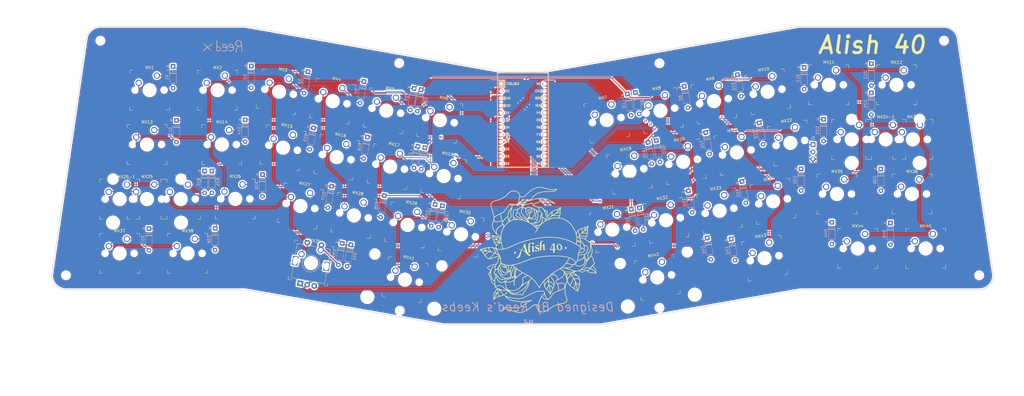
<source format=kicad_pcb>
(kicad_pcb (version 20211014) (generator pcbnew)
  (layers (0 "F.Cu" signal) (31 "B.Cu" signal) (34 "B.Paste" user) (35 "F.Paste" user) (36 "B.SilkS" user "B.Silkscreen") (37 "F.SilkS" user "F.Silkscreen") (38 "B.Mask" user) (39 "F.Mask" user) (44 "Edge.Cuts" user))
  (net 0 "")
  (net 3 "Net-(D1-Pad2)")
  (net 4 "Net-(D2-Pad2)")
  (net 5 "Net-(D3-Pad2)")
  (net 6 "Net-(D4-Pad2)")
  (net 7 "Net-(D5-Pad2)")
  (net 8 "Net-(D6-Pad2)")
  (net 9 "Net-(D7-Pad2)")
  (net 10 "Net-(D8-Pad2)")
  (net 11 "Net-(D9-Pad2)")
  (net 12 "Net-(D10-Pad2)")
  (net 13 "Net-(D11-Pad2)")
  (net 14 "Net-(D12-Pad2)")
  (net 15 "Net-(D13-Pad2)")
  (net 16 "Net-(D14-Pad2)")
  (net 17 "Net-(D15-Pad2)")
  (net 18 "Net-(D16-Pad2)")
  (net 19 "Net-(D17-Pad2)")
  (net 20 "Net-(D18-Pad2)")
  (net 21 "Net-(D19-Pad2)")
  (net 22 "Net-(D20-Pad2)")
  (net 23 "Net-(D21-Pad2)")
  (net 24 "Net-(D22-Pad2)")
  (net 25 "Net-(D23-Pad2)")
  (net 26 "Net-(D24-Pad2)")
  (net 27 "Net-(D25-Pad2)")
  (net 28 "Net-(D26-Pad2)")
  (net 29 "Net-(D27-Pad2)")
  (net 30 "Net-(D28-Pad2)")
  (net 31 "Net-(D29-Pad2)")
  (net 32 "Net-(D30-Pad2)")
  (net 33 "Net-(D31-Pad2)")
  (net 34 "Net-(D32-Pad2)")
  (net 35 "Net-(D33-Pad2)")
  (net 36 "Net-(D34-Pad2)")
  (net 37 "Net-(D35-Pad2)")
  (net 38 "Net-(D36-Pad2)")
  (net 39 "Net-(D37-Pad2)")
  (net 40 "Net-(D38-Pad2)")
  (net 41 "Net-(D39-Pad2)")
  (net 42 "Net-(D41-Pad2)")
  (net 43 "Net-(D42-Pad2)")
  (net 44 "Net-(D43-Pad2)")
  (net 45 "Net-(D44-Pad2)")
  (net 46 "Net-(D45-Pad2)")
  (net 48 "GND")
  (net 49 "ROW1")
  (net 50 "ROW2")
  (net 51 "ROW3")
  (net 52 "ROW4")
  (net 53 "ROW6")
  (net 54 "ROW5")
  (net 55 "ROW8")
  (net 56 "ROW7")
  (net 57 "COL2")
  (net 58 "ENCODER 1")
  (net 59 "ENCODER 2")
  (net 60 "RGB DIN")
  (net 61 "VCC")
  (net 62 "COL1")
  (net 63 "COL3")
  (net 64 "COL4")
  (net 65 "COL5")
  (net 66 "COL6")
  (net 67 "Net-(D40-Pad2)")
  (footprint "ReedsKeebs:1U MX" (layer "F.Cu") (at 302.55 133.31 10)
    (fp_text reference "MX34")
    (fp_text value "KEYSW")
  )
  (footprint "ReedsKeebs:1U MX" (layer "F.Cu") (at 283.81 136.62 10)
    (fp_text reference "MX33")
    (fp_text value "KEYSW")
  )
  (footprint "ReedsKeebs:1.25U MX" (layer "F.Cu") (at 74.7 151.9)
    (fp_text reference "MX37")
    (fp_text value "KEYSW")
  )
  (footprint "ReedsKeebs:1U MX" (layer "F.Cu") (at 110.5 113.8)
    (fp_text reference "MX14")
    (fp_text value "KEYSW")
  )
  (footprint "ReedsKeebs:1U MX" (layer "F.Cu") (at 189.02 125.35 -10)
    (fp_text reference "MX18")
    (fp_text value "KEYSW")
  )
  (footprint "ReedsKeebs:1.25U MX" (layer "F.Cu") (at 98.5 151.9)
    (fp_text reference "MX38")
    (fp_text value "KEYSW")
  )
  (footprint "ReedsKeebs:1U MX" (layer "F.Cu") (at 246.29 143.22 10)
    (fp_text reference "MX31")
    (fp_text value "KEYSW")
  )
  (footprint "ReedsKeebs:1U MX" (layer "F.Cu") (at 132.78 115.44 -10)
    (fp_text reference "MX15")
    (fp_text value "KEYSW")
  )
  (footprint "ReedsKeebs:1U MX" (layer "F.Cu") (at 325.85 131.12)
    (fp_text reference "MX35")
    (fp_text value "KEYSW")
  )
  (footprint "ReedsKeebs:1U MX" (layer "F.Cu") (at 138.843545 135.838243 -10)
    (fp_text reference "MX27")
    (fp_text value "KEYSW")
  )
  (footprint "ReedsKeebs:1U MX" (layer "F.Cu") (at 151.543545 118.718243 -10)
    (fp_text reference "MX16")
    (fp_text value "KEYSW")
  )
  (footprint "ReedsKeebs:1.25U MX" (layer "F.Cu") (at 356.9 150.2)
    (fp_text reference "MX45")
    (fp_text value "KEYSW")
  )
  (footprint "ReedsKeebs:1U MX" (layer "F.Cu") (at 150.15 99.15 -10)
    (fp_text reference "MX4")
    (fp_text value "KEYSW")
  )
  (footprint "ReedsKeebs:1U MX" (layer "F.Cu") (at 109 94.75)
    (fp_text reference "MX2")
    (fp_text value "KEYSW")
  )
  (footprint "ReedsKeebs:1U MX" (layer "F.Cu") (at 252.299279 122.796111 10)
    (fp_text reference "MX19")
    (fp_text value "KEYSW")
  )
  (footprint "ReedsKeebs:1U MX" (layer "F.Cu") (at 300.64 94.94 10)
    (fp_text reference "MX10")
    (fp_text value "KEYSW")
  )
  (footprint "ReedsKeebs:1U MX" (layer "F.Cu") (at 331 112)
    (fp_text reference "MX23")
    (fp_text value "KEYSW")
  )
  (footprint "ReedsKeebs:1.25U MX" (layer "F.Cu") (at 333.1 150.2)
    (fp_text reference "MX44")
    (fp_text value "KEYSW")
  )
  (footprint "ReedsKeebs:1U MX" (layer "F.Cu") (at 244.319279 104.866111 10)
    (fp_text reference "MX7")
    (fp_text value "KEYSW")
  )
  (footprint "ReedsKeebs:1U MX" (layer "F.Cu") (at 195.09 145.74 -10)
    (fp_text reference "MX30")
    (fp_text value "KEYSW")
  )
  (footprint "ReedsKeebs:1U MX" (layer "F.Cu") (at 271.08 119.48 10)
    (fp_text reference "MX20")
    (fp_text value "KEYSW")
  )
  (footprint "Keebio-Parts:Elite-C-castellated-24pin-holes" (layer "F.Cu") (at 213.35 111.59 -90)
    (fp_text reference "U1" hide)
    (fp_text value "ProMicro" hide)
  )
  (footprint "ReedsKeebs:2.25U MX" (layer "F.Cu") (at 84.3 132.9)
    (fp_text reference "MX25")
    (fp_text value "KEYSW")
  )
  (footprint "ReedsKeebs:1U MX" (layer "F.Cu") (at 187.68 105.79 -10)
    (fp_text reference "MX6")
    (fp_text value "KEYSW")
  )
  (footprint "ReedsKeebs:1U MX" (layer "F.Cu") (at 157.583545 139.138243 -10)
    (fp_text reference "MX28")
    (fp_text value "KEYSW")
  )
  (footprint "ReedsKeebs:1U MX" (layer "F.Cu") (at 308.61 112.88 10)
    (fp_text reference "MX22")
    (fp_text value "KEYSW")
  )
  (footprint "ReedsKeebs:1U MX" (layer "F.Cu") (at 265.08 139.94 10)
    (fp_text reference "MX32")
    (fp_text value "KEYSW")
  )
  (footprint "ReedsKeebs:1U MX" (layer "F.Cu") (at 168.91 102.47 -10)
    (fp_text reference "MX5")
    (fp_text value "KEYSW")
  )
  (footprint "ReedsKeebs:1U MX" (layer "F.Cu") (at 289.85 116.2 10)
    (fp_text reference "MX21")
    (fp_text value "KEYSW")
  )
  (footprint "ReedsKeebs:1U MX" (layer "F.Cu") (at 131.38 95.84 -10)
    (fp_text reference "MX3")
    (fp_text value "KEYSW")
  )
  (footprint "ReedsKeebs:1U MX" (layer "F.Cu") (at 170.27 122.06 -10)
    (fp_text reference "MX17")
    (fp_text value "KEYSW")
  )
  (footprint "ReedsKeebs:1U MX" (layer "F.Cu") (at 263.1 101.57 10)
    (fp_text reference "MX8")
    (fp_text value "KEYSW")
  )
  (footprint "Keebio-Parts:RotaryEncoder_EC11" (layer "F.Cu") (at 139.143412 160.553798 80)
    (fp_text reference "E1")
    (fp_text value "RotaryEncoder_Switch")
  )
  (footprint "ReedsKeebs:1U MX" (layer "F.Cu") (at 281.87 98.24 10)
    (fp_text reference "MX9")
    (fp_text value "KEYSW")
  )
  (footprint "ReedsKeebs:1.5U MX" (layer "F.Cu") (at 85.2 94.75)
    (fp_text reference "MX1")
    (fp_text value "KEYSW")
  )
  (footprint "Connector_PinHeader_2.54mm:PinHeader_1x03_P2.54mm_Vertical" (layer "F.Cu") (at 314.9 118.9)
    (fp_text reference "J1")
    (fp_text value "Conn_01x03")
  )
  (footprint "ReedsKeebs:1.25U MX" (layer "F.Cu") (at 299.579279 153.226111 10)
    (fp_text reference "MX43")
    (fp_text value "KEYSW")
  )
  (footprint "ReedsKeebs:2.25U MX" (layer "F.Cu") (at 175.42 161.63 -10)
    (fp_text reference "MX41")
    (fp_text value "KEYSW")
  )
  (footprint "ReedsKeebs:1.25U MX" (layer "F.Cu") (at 74.7 132.9)
    (fp_text reference "MX25-1")
    (fp_text value "KEYSW")
  )
  (footprint "ReedsKeebs:SW_Cherry_MX_2.75u_PCB" (layer "F.Cu") (at 262 159.95 10)
    (fp_text reference "MX42")
    (fp_text value "KEYSW")
  )
  (footprint "ReedsKeebs:1U MX" (layer "F.Cu") (at 96.1 132.9)
    (fp_text reference "MX40")
    (fp_text value "KEYSW")
  )
  (footprint "ReedsKeebs:1.5U MX" (layer "F.Cu") (at 346.7 92.9)
    (fp_text reference "MX12")
    (fp_text value "KEYSW")
  )
  (footprint "ReedsKeebs:1.25U MX" (layer "F.Cu") (at 142.56 155.84 -10)
    (fp_text reference "MX39")
    (fp_text value "KEYSW")
  )
  (footprint "ReedsKeebs:2.25U MX" (layer "F.Cu") (at 342.9 112)
    (fp_text reference "MX24-1")
    (fp_text value "KEYSW")
  )
  (footprint "LOGO" (layer "F.Cu") (at 218.1 155.75)
    (fp_text reference "G***" hide)
    (fp_text value "LOGO" hide)
  )
  (footprint "ReedsKeebs:1U MX" (layer "F.Cu") (at 323 92.9)
    (fp_text reference "MX11")
    (fp_text value "KEYSW")
  )
  (footprint "ReedsKeebs:1.25U MX" (layer "F.Cu") (at 352.4 112)
    (fp_text reference "MX24")
    (fp_text value "KEYSW")
  )
  (footprint "ReedsKeebs:1U MX" (layer "F.Cu") (at 176.35 142.47 -10)
    (fp_text reference "MX29")
    (fp_text value "KEYSW")
  )
  (footprint "ReedsKeebs:1.75U MX" (layer "F.Cu") (at 84.3 113.8)
    (fp_text reference "MX13")
    (fp_text value "KEYSW")
  )
  (footprint "ReedsKeebs:1.75U MX" (layer "F.Cu") (at 352.1 131.1)
    (fp_text reference "MX36")
    (fp_text value "KEYSW")
  )
  (footprint "ReedsKeebs:1U MX" (layer "F.Cu") (at 115.2 132.82)
    (fp_text reference "MX26")
    (fp_text value "KEYSW")
  )
  (footprint "Diode_THT:D_DO-35_SOD27_P7.62mm_Horizontal" (layer "B.Cu") (at 150.0716 153.497883 -100)
    (fp_text reference "D39")
    (fp_text value "1N4148")
  )
  (footprint "Diode_THT:D_DO-35_SOD27_P7.62mm_Horizontal" (layer "B.Cu") (at 92.08 110.41 -90)
    (fp_text reference "D13")
    (fp_text value "1N4148")
  )
  (footprint "Diode_THT:D_DO-35_SOD27_P7.62mm_Horizontal" (layer "B.Cu") (at 249.9 101.15 -80)
    (fp_text reference "D7")
    (fp_text value "1N4148")
  )
  (footprint "Diode_THT:D_DO-35_SOD27_P7.62mm_Horizontal" (layer "B.Cu") (at 104.45 128.15 -90)
    (fp_text reference "D25")
    (fp_text value "1N4148")
  )
  (footprint "Diode_THT:D_DO-35_SOD27_P7.62mm_Horizontal" (layer "B.Cu") (at 269.8 98.5 -80)
    (fp_text reference "D9")
    (fp_text value "1N4148")
  )
  (footprint "Diode_THT:D_DO-35_SOD27_P7.62mm_Horizontal" (layer "B.Cu") (at 122.2 129.4 -90)
    (fp_text reference "D26")
    (fp_text value "1N4148")
  )
  (footprint "Diode_THT:D_DO-35_SOD27_P7.62mm_Horizontal" (layer "B.Cu") (at 318.6 110.04 -90)
    (fp_text reference "D23")
    (fp_text value "1N4148")
  )
  (footprint "Diode_THT:D_DO-35_SOD27_P7.62mm_Horizontal" (layer "B.Cu") (at 175.25 99.25 -100)
    (fp_text reference "D5")
    (fp_text value "1N4148")
  )
  (footprint "LOGO" (layer "B.Cu") (at 108.323384 84.894292 180)
    (fp_text reference "G***" hide)
    (fp_text value "LOGO" hide)
  )
  (footprint "Diode_THT:D_DO-35_SOD27_P7.62mm_Horizontal" (layer "B.Cu") (at 338.66 127.44 -90)
    (fp_text reference "D36")
    (fp_text value "1N4148")
  )
  (footprint "Diode_THT:D_DO-35_SOD27_P7.62mm_Horizontal" (layer "B.Cu") (at 140.051598 113.057881 -100)
    (fp_text reference "D15")
    (fp_text value "1N4148")
  )
  (footprint "Diode_THT:D_DO-35_SOD27_P7.62mm_Horizontal" (layer "B.Cu") (at 176.55 119.55 -100)
    (fp_text reference "D17")
    (fp_text value "1N4148")
  )
  (footprint "Diode_THT:D_DO-35_SOD27_P7.62mm_Horizontal" (layer "B.Cu") (at 90.89 91.53 -90)
    (fp_text reference "D1")
    (fp_text value "1N4148")
  )
  (footprint "Diode_THT:D_DO-35_SOD27_P7.62mm_Horizontal" (layer "B.Cu") (at 290.038401 131.797883 -80)
    (fp_text reference "D34")
    (fp_text value "1N4148")
  )
  (footprint "Diode_THT:D_DO-35_SOD27_P7.62mm_Horizontal" (layer "B.Cu") (at 179.05 120 -100)
    (fp_text reference "D18")
    (fp_text value "1N4148")
  )
  (footprint "Diode_THT:D_DO-35_SOD27_P7.62mm_Horizontal" (layer "B.Cu") (at 321.5 146.1 -90)
    (fp_text reference "D44")
    (fp_text value "1N4148")
  )
  (footprint "Diode_THT:D_DO-35_SOD27_P7.62mm_Horizontal" (layer "B.Cu") (at 277.85 151.6 -80)
    (fp_text reference "D42")
    (fp_text value "1N4148")
  )
  (footprint "Diode_THT:D_DO-35_SOD27_P7.62mm_Horizontal" (layer "B.Cu") (at 335.35 90.6 -90)
    (fp_text reference "D12")
    (fp_text value "1N4148")
  )
  (footprint "Diode_THT:D_DO-35_SOD27_P7.62mm_Horizontal" (layer "B.Cu") (at 116.1 110.23 -90)
    (fp_text reference "D14")
    (fp_text value "1N4148")
  )
  (footprint "Diode_THT:D_DO-35_SOD27_P7.62mm_Horizontal" (layer "B.Cu") (at 271.298401 135.097883 -80)
    (fp_text reference "D33")
    (fp_text value "1N4148")
  )
  (footprint "Diode_THT:D_DO-35_SOD27_P7.62mm_Horizontal" (layer "B.Cu") (at 335.35 100.8 -90)
    (fp_text reference "D24")
    (fp_text value "1N4148")
  )
  (footprint "Diode_THT:D_DO-35_SOD27_P7.62mm_Horizontal" (layer "B.Cu") (at 101.9 128.15 -90)
    (fp_text reference "D40")
    (fp_text value "1N4148")
  )
  (footprint "Diode_THT:D_DO-35_SOD27_P7.62mm_Horizontal" (layer "B.Cu") (at 286.278401 151.927883 -80)
    (fp_text reference "D43")
    (fp_text value "1N4148")
  )
  (footprint "Diode_THT:D_DO-35_SOD27_P7.62mm_Horizontal" (layer "B.Cu") (at 277.368401 114.657883 -80)
    (fp_text reference "D21")
    (fp_text value "1N4148")
  )
  (footprint "Diode_THT:D_DO-35_SOD27_P7.62mm_Horizontal" (layer "B.Cu") (at 311.8 91.9 -90)
    (fp_text reference "D11")
    (fp_text value "1N4148")
  )
  (footprint "Diode_THT:D_DO-35_SOD27_P7.62mm_Horizontal" (layer "B.Cu") (at 310.74 127.39 -90)
    (fp_text reference "D35")
    (fp_text value "1N4148")
  )
  (footprint "Diode_THT:D_DO-35_SOD27_P7.62mm_Horizontal" (layer "B.Cu") (at 177.7 99.7 -100)
    (fp_text reference "D6")
    (fp_text value "1N4148")
  )
  (footprint "Diode_THT:D_DO-35_SOD27_P7.62mm_Horizontal" (layer "B.Cu") (at 153.1 154 -100)
    (fp_text reference "D41")
    (fp_text value "1N4148")
  )
  (footprint "Diode_THT:D_DO-35_SOD27_P7.62mm_Horizontal" (layer "B.Cu") (at 118.25 91.39 -90)
    (fp_text reference "D2")
    (fp_text value "1N4148")
  )
  (footprint "Diode_THT:D_DO-35_SOD27_P7.62mm_Horizontal" (layer "B.Cu") (at 342.02 146.34 -90)
    (fp_text reference "D45")
    (fp_text value "1N4148")
  )
  (footprint "Diode_THT:D_DO-35_SOD27_P7.62mm_Horizontal" (layer "B.Cu") (at 254.15 141.05 -80)
    (fp_text reference "D32")
    (fp_text value "1N4148")
  )
  (footprint "Diode_THT:D_DO-35_SOD27_P7.62mm_Horizontal" (layer "B.Cu") (at 288.45 94.45 -80)
    (fp_text reference "D10")
    (fp_text value "1N4148")
  )
  (footprint "Diode_THT:D_DO-35_SOD27_P7.62mm_Horizontal" (layer "B.Cu") (at 157.6716 96.817883 -100)
    (fp_text reference "D4")
    (fp_text value "1N4148")
  )
  (footprint "Diode_THT:D_DO-35_SOD27_P7.62mm_Horizontal" (layer "B.Cu") (at 252.75 100.65 -80)
    (fp_text reference "D8")
    (fp_text value "1N4148")
  )
  (footprint "Diode_THT:D_DO-35_SOD27_P7.62mm_Horizontal" (layer "B.Cu") (at 182.6 139.85 -100)
    (fp_text reference "D29")
    (fp_text value "1N4148")
  )
  (footprint "Diode_THT:D_DO-35_SOD27_P7.62mm_Horizontal" (layer "B.Cu") (at 158.901598 116.277881 -100)
    (fp_text reference "D16")
    (fp_text value "1N4148")
  )
  (footprint "Diode_THT:D_DO-35_SOD27_P7.62mm_Horizontal" (layer "B.Cu") (at 257.15 118.1 -80)
    (fp_text reference "D19")
    (fp_text value "1N4148")
  )
  (footprint "Diode_THT:D_DO-35_SOD27_P7.62mm_Horizontal" (layer "B.Cu") (at 105.6 148.2 -90)
    (fp_text reference "D38")
    (fp_text value "1N4148")
  )
  (footprint "Diode_THT:D_DO-35_SOD27_P7.62mm_Horizontal" (layer "B.Cu") (at 164.8616 136.767881 -100)
    (fp_text reference "D28")
    (fp_text value "1N4148")
  )
  (footprint "Diode_THT:D_DO-35_SOD27_P7.62mm_Horizontal" (layer "B.Cu") (at 82.42 148.31 -90)
    (fp_text reference "D37")
    (fp_text value "1N4148")
  )
  (footprint "Diode_THT:D_DO-35_SOD27_P7.62mm_Horizontal" (layer "B.Cu") (at 185.15 140.3 -100)
    (fp_text reference "D30")
    (fp_text value "1N4148")
  )
  (footprint "Diode_THT:D_DO-35_SOD27_P7.62mm_Horizontal" (layer "B.Cu") (at 251.3 141.55 -80)
    (fp_text reference "D31")
    (fp_text value "1N4148")
  )
  (footprint "Diode_THT:D_DO-35_SOD27_P7.62mm_Horizontal" (layer "B.Cu") (at 296.088401 111.307883 -80)
    (fp_text reference "D22")
    (fp_text value "1N4148")
  )
  (footprint "Diode_THT:D_DO-35_SOD27_P7.62mm_Horizontal" (layer "B.Cu") (at 260.05 117.5 -80)
    (fp_text reference "D20")
    (fp_text value "1N4148")
  )
  (footprint "Diode_THT:D_DO-35_SOD27_P7.62mm_Horizontal" (layer "B.Cu") (at 146.391598 133.497881 -100)
    (fp_text reference "D27")
    (fp_text value "1N4148")
  )
  (footprint "Diode_THT:D_DO-35_SOD27_P7.62mm_Horizontal" (layer "B.Cu") (at 138.081598 93.377881 -100)
    (fp_text reference "D3")
    (fp_text value "1N4148")
  )
  (gr_arc (start 360.79128 77.512686) (mid 364.055628 78.725335) (end 365.736574 81.775074) (layer "Edge.Cuts") (width 0.2))
  (gr_line (start 48.388904 164.666732) (end 60.498298 81.764067) (layer "Edge.Cuts") (width 0.2))
  (gr_circle (center 261.17 176.04) (end 262.42 176.04) (layer "Edge.Cuts") (width 0.1) (fill none))
  (gr_line (start 365.736574 81.775074) (end 378.10082 164.670725) (layer "Edge.Cuts") (width 0.2))
  (gr_line (start 373.10082 169.670725) (end 311.005465 169.670725) (layer "Edge.Cuts") (width 0.2))
  (gr_line (start 310.138804 169.746408) (end 245.998856 181.034797) (layer "Edge.Cuts") (width 0.2))
  (gr_line (start 310.540358 77.512686) (end 360.79128 77.512686) (layer "Edge.Cuts") (width 0.2))
  (gr_circle (center 53.39 164.67) (end 54.64 164.67) (layer "Edge.Cuts") (width 0.1) (fill none))
  (gr_arc (start 115.712805 77.521718) (mid 116.149575 77.540799) (end 116.583008 77.597961) (layer "Edge.Cuts") (width 0.2))
  (gr_arc (start 60.498298 81.764067) (mid 62.184599 78.730327) (end 65.439636 77.525372) (layer "Edge.Cuts") (width 0.2))
  (gr_line (start 245.998856 181.034797) (end 240.721065 181.96383) (layer "Edge.Cuts") (width 0.2))
  (gr_circle (center 261.17 90.44) (end 262.42 90.44) (layer "Edge.Cuts") (width 0.1) (fill none))
  (gr_circle (center 65.43 82.53) (end 66.68 82.53) (layer "Edge.Cuts") (width 0.1) (fill none))
  (gr_line (start 311.005465 169.670725) (end 310.138804 169.746408) (layer "Edge.Cuts") (width 0.2))
  (gr_arc (start 53.388904 169.668731) (mid 49.852663 168.203558) (end 48.388904 164.666732) (layer "Edge.Cuts") (width 0.2))
  (gr_arc (start 378.10082 164.670725) (mid 376.636354 168.206259) (end 373.10082 169.670725) (layer "Edge.Cuts") (width 0.2))
  (gr_circle (center 170.25 177.04) (end 171.5 177.04) (layer "Edge.Cuts") (width 0.1) (fill none))
  (gr_circle (center 360.79128 82.512686) (end 362.04128 82.512686) (layer "Edge.Cuts") (width 0.1) (fill none))
  (gr_line (start 185.76482 181.96383) (end 116.347078 169.74444) (layer "Edge.Cuts") (width 0.2))
  (gr_circle (center 373.1 164.67) (end 374.35 164.67) (layer "Edge.Cuts") (width 0.1) (fill none))
  (gr_arc (start 309.668023 77.589371) (mid 310.102508 77.531894) (end 310.540358 77.512686) (layer "Edge.Cuts") (width 0.2))
  (gr_line (start 116.347078 169.74444) (end 115.48027 169.668731) (layer "Edge.Cuts") (width 0.2))
  (gr_line (start 65.439636 77.525372) (end 115.712805 77.521718) (layer "Edge.Cuts") (width 0.2))
  (gr_line (start 240.721065 181.96383) (end 185.76482 181.96383) (layer "Edge.Cuts") (width 0.2))
  (gr_line (start 115.48027 169.668731) (end 53.388904 169.668731) (layer "Edge.Cuts") (width 0.2))
  (gr_line (start 116.583008 77.597961) (end 206.853797 93.545369) (layer "Edge.Cuts") (width 0.2))
  (gr_line (start 219.615062 93.545369) (end 309.668023 77.589371) (layer "Edge.Cuts") (width 0.2))
  (gr_line (start 206.853797 93.545369) (end 219.615062 93.545369) (layer "Edge.Cuts") (width 0.2))
  (gr_circle (center 170.05 90.38) (end 171.3 90.38) (layer "Edge.Cuts") (width 0.1) (fill none))
  (gr_text "Designed By Reed's Keebs" (at 215.23 175.74) (layer "B.SilkS") (effects (font (size 3 3) (thickness 0.3) italic) (justify mirror)))
  (gr_text "V1.2" (at 215.39 180.85) (layer "B.SilkS") (effects (font (size 1 1) (thickness 0.25)) (justify mirror)))
  (gr_text "Alish 40" (at 335.55 84.02) (layer "F.SilkS") (effects (font (size 6 6) (thickness 1) italic)))
  (segment (start 85.21 94.76) (end 86.5 94.76) (width 0.25) (layer "F.Cu") (net 3))
  (segment (start 85.2 94.75) (end 85.21 94.76) (width 0.25) (layer "F.Cu") (net 3))
  (segment (start 86.5 94.76) (end 90.89 99.15) (width 0.25) (layer "F.Cu") (net 3))
  (segment (start 112.63 99.01) (end 118.25 99.01) (width 0.25) (layer "F.Cu") (net 4))
  (segment (start 109 95.38) (end 112.63 99.01) (width 0.25) (layer "F.Cu") (net 4))
  (segment (start 109 94.75) (end 109 95.38) (width 0.25) (layer "F.Cu") (net 4))
  (segment (start 136.422116 100.882116) (end 136.758399 100.882116) (width 0.25) (layer "F.Cu") (net 5))
  (segment (start 131.38 95.84) (end 136.422116 100.882116) (width 0.25) (layer "F.Cu") (net 5))
  (segment (start 155.322118 104.322118) (end 156.348401 104.322118) (width 0.25) (layer "F.Cu") (net 6))
  (segment (start 150.15 99.15) (end 155.322118 104.322118) (width 0.25) (layer "F.Cu") (net 6))
  (segment (start 173.194235 106.754235) (end 173.926801 106.754235) (width 0.25) (layer "F.Cu") (net 7))
  (segment (start 168.91 102.47) (end 173.194235 106.754235) (width 0.25) (layer "F.Cu") (net 7))
  (segment (start 178.889999 104.690001) (end 176.376801 107.203199) (width 0.25) (layer "F.Cu") (net 8))
  (segment (start 186.580001 104.690001) (end 178.889999 104.690001) (width 0.25) (layer "F.Cu") (net 8))
  (segment (start 187.68 105.79) (end 186.580001 104.690001) (width 0.25) (layer "F.Cu") (net 8))
  (segment (start 176.376801 107.203199) (end 176.376801 107.204235) (width 0.25) (layer "F.Cu") (net 8))
  (segment (start 238.506816 108.470189) (end 240.277005 106.7) (width 0.25) (layer "F.Cu") (net 9))
  (segment (start 240.277005 106.7) (end 249.268964 106.7) (width 0.25) (layer "F.Cu") (net 9))
  (segment (start 249.268964 106.7) (end 251.223199 108.654235) (width 0.25) (layer "F.Cu") (net 9))
  (segment (start 254.245765 108.154235) (end 254.073199 108.154235) (width 0.25) (layer "F.Cu") (net 10))
  (segment (start 257.225922 105.174078) (end 254.245765 108.154235) (width 0.25) (layer "F.Cu") (net 10))
  (segment (start 257.287537 105.174078) (end 257.225922 105.174078) (width 0.25) (layer "F.Cu") (net 10))
  (segment (start 271.795765 106.004235) (end 271.123199 106.004235) (width 0.25) (layer "F.Cu") (net 11))
  (segment (start 276.057537 101.844078) (end 275.955922 101.844078) (width 0.25) (layer "F.Cu") (net 11))
  (segment (start 275.955922 101.844078) (end 271.795765 106.004235) (width 0.25) (layer "F.Cu") (net 11))
  (segment (start 293.755922 98.544078) (end 290.345765 101.954235) (width 0.25) (layer "F.Cu") (net 12))
  (segment (start 290.345765 101.954235) (end 289.773199 101.954235) (width 0.25) (layer "F.Cu") (net 12))
  (segment (start 294.827537 98.544078) (end 293.755922 98.544078) (width 0.25) (layer "F.Cu") (net 12))
  (segment (start 316.57 95.36) (end 315.96 95.36) (width 0.25) (layer "F.Cu") (net 13))
  (segment (start 316.65 95.44) (end 316.57 95.36) (width 0.25) (layer "F.Cu") (net 13))
  (segment (start 315.96 95.36) (end 311.8 99.52) (width 0.25) (layer "F.Cu") (net 13))
  (segment (start 338.745 95.375) (end 335.9 98.22) (width 0.25) (layer "F.Cu") (net 14))
  (segment (start 340.35 95.44) (end 340.285 95.375) (width 0.25) (layer "F.Cu") (net 14))
  (segment (start 340.285 95.375) (end 338.745 95.375) (width 0.25) (layer "F.Cu") (net 14))
  (segment (start 335.9 98.22) (end 335.35 98.22) (width 0.25) (layer "F.Cu") (net 14))
  (segment (start 87.86 113.81) (end 92.08 118.03) (width 0.25) (layer "F.Cu") (net 15))
  (segment (start 84.3 113.8) (end 84.31 113.81) (width 0.25) (layer "F.Cu") (net 15))
  (segment (start 84.31 113.81) (end 87.86 113.81) (width 0.25) (layer "F.Cu") (net 15))
  (segment (start 115.39 117.85) (end 116.1 117.85) (width 0.25) (layer "F.Cu") (net 16))
  (segment (start 110.5 113.8) (end 110.52 113.78) (width 0.25) (layer "F.Cu") (net 16))
  (segment (start 110.52 113.78) (end 111.32 113.78) (width 0.25) (layer "F.Cu") (net 16))
  (segment (start 111.32 113.78) (end 115.39 117.85) (width 0.25) (layer "F.Cu") (net 16))
  (segment (start 137.902116 120.562116) (end 138.728399 120.562116) (width 0.25) (layer "F.Cu") (net 17))
  (segment (start 132.78 115.44) (end 137.902116 120.562116) (width 0.25) (layer "F.Cu") (net 17))
  (segment (start 151.543545 118.718243) (end 156.607418 123.782116) (width 0.25) (layer "F.Cu") (net 18))
  (segment (start 156.607418 123.782116) (end 157.578399 123.782116) (width 0.25) (layer "F.Cu") (net 18))
  (segment (start 170.27 122.06) (end 175.226801 127.016801) (width 0.25) (layer "F.Cu") (net 19))
  (segment (start 175.226801 127.016801) (end 175.226801 127.054235) (width 0.25) (layer "F.Cu") (net 19))
  (segment (start 180.071036 125.16) (end 177.726801 127.504235) (width 0.25) (layer "F.Cu") (net 20))
  (segment (start 189.02 125.35) (end 188.83 125.16) (width 0.25) (layer "F.Cu") (net 20))
  (segment (start 188.83 125.16) (end 180.071036 125.16) (width 0.25) (layer "F.Cu") (net 20))
  (segment (start 258.273199 125.804235) (end 258.473199 125.604235) (width 0.25) (layer "F.Cu") (net 21))
  (segment (start 247.08277 125.804235) (end 258.273199 125.804235) (width 0.25) (layer "F.Cu") (net 21))
  (segment (start 246.486816 126.400189) (end 247.08277 125.804235) (width 0.25) (layer "F.Cu") (net 21))
  (segment (start 261.373199 123.940519) (end 261.373199 125.004235) (width 0.25) (layer "F.Cu") (net 22))
  (segment (start 265.267537 123.084078) (end 262.22964 123.084078) (width 0.25) (layer "F.Cu") (net 22))
  (segment (start 262.22964 123.084078) (end 261.373199 123.940519) (width 0.25) (layer "F.Cu") (net 22))
  (segment (start 281.04964 119.804078) (end 278.6916 122.162118) (width 0.25) (layer "F.Cu") (net 23))
  (segment (start 284.037537 119.804078) (end 281.04964 119.804078) (width 0.25) (layer "F.Cu") (net 23))
  (segment (start 297.4116 118.812118) (end 297.487882 118.812118) (width 0.25) (layer "F.Cu") (net 24))
  (segment (start 299.8 116.5) (end 302.781615 116.5) (width 0.25) (layer "F.Cu") (net 24))
  (segment (start 302.781615 116.5) (end 302.797537 116.484078) (width 0.25) (layer "F.Cu") (net 24))
  (segment (start 297.487882 118.812118) (end 299.8 116.5) (width 0.25) (layer "F.Cu") (net 24))
  (segment (start 320.08 117.66) (end 318.6 117.66) (width 0.25) (layer "F.Cu") (net 25))
  (segment (start 323.2 114.54) (end 320.08 117.66) (width 0.25) (layer "F.Cu") (net 25))
  (segment (start 324.65 114.54) (end 323.2 114.54) (width 0.25) (layer "F.Cu") (net 25))
  (segment (start 335.6 113.59) (end 336.55 114.54) (width 0.25) (layer "F.Cu") (net 26))
  (segment (start 335.6 108.67) (end 335.6 113.59) (width 0.25) (layer "F.Cu") (net 26))
  (segment (start 335.35 108.42) (end 335.6 108.67) (width 0.25) (layer "F.Cu") (net 26))
  (segment (start 346 114.49) (end 346.05 114.54) (width 0.25) (layer "B.Cu") (net 26))
  (segment (start 336.6 114.49) (end 346 114.49) (width 0.25) (layer "B.Cu") (net 26))
  (segment (start 336.55 114.54) (end 336.6 114.49) (width 0.25) (layer "B.Cu") (net 26))
  (segment (start 104.25 135.77) (end 104.45 135.77) (width 0.25) (layer "F.Cu") (net 27))
  (segment (start 103.06 137.16) (end 104.45 135.77) (width 0.25) (layer "F.Cu") (net 27))
  (segment (start 99.55 136.55) (end 100.16 137.16) (width 0.25) (layer "F.Cu") (net 27))
  (segment (start 100.16 137.16) (end 103.06 137.16) (width 0.25) (layer "F.Cu") (net 27))
  (segment (start 84.415 132.785) (end 92.785 132.785) (width 0.25) (layer "F.Cu") (net 27))
  (segment (start 92.785 132.785) (end 96.55 136.55) (width 0.25) (layer "F.Cu") (net 27))
  (segment (start 84.3 132.9) (end 84.415 132.785) (width 0.25) (layer "F.Cu") (net 27))
  (segment (start 96.55 136.55) (end 99.55 136.55) (width 0.25) (layer "F.Cu") (net 27))
  (segment (start 74.8 132.8) (end 84.2 132.8) (width 0.25) (layer "B.Cu") (net 27))
  (segment (start 84.2 132.8) (end 84.3 132.9) (width 0.25) (layer "B.Cu") (net 27))
  (segment (start 74.7 132.9) (end 74.8 132.8) (width 0.25) (layer "B.Cu") (net 27))
  (segment (start 115.2 132.82) (end 118 132.82) (width 0.25) (layer "F.Cu") (net 28))
  (segment (start 118 132.82) (end 122.2 137.02) (width 0.25) (layer "F.Cu") (net 28))
  (segment (start 144.007418 141.002116) (end 145.068399 141.002116) (width 0.25) (layer "F.Cu") (net 29))
  (segment (start 138.843545 135.838243) (end 144.007418 141.002116) (width 0.25) (layer "F.Cu") (net 29))
  (segment (start 157.583545 139.138243) (end 162.717418 144.272116) (width 0.25) (layer "F.Cu") (net 30))
  (segment (start 162.717418 144.272116) (end 163.538401 144.272116) (width 0.25) (layer "F.Cu") (net 30))
  (segment (start 181.234235 147.354235) (end 181.276801 147.354235) (width 0.25) (layer "F.Cu") (net 31))
  (segment (start 176.35 142.47) (end 181.234235 147.354235) (width 0.25) (layer "F.Cu") (net 31))
  (segment (start 194.581036 145.231036) (end 195.09 145.74) (width 0.25) (layer "F.Cu") (net 32))
  (segment (start 186.4 145.231036) (end 194.581036 145.231036) (width 0.25) (layer "F.Cu") (net 32))
  (segment (start 183.826801 147.804235) (end 186.4 145.231036) (width 0.25) (layer "F.Cu") (net 32))
  (segment (start 250.8 145.85) (end 252.623199 147.673199) (width 0.25) (layer "B.Cu") (net 33))
  (segment (start 252.623199 147.673199) (end 252.623199 149.054235) (width 0.25) (layer "B.Cu") (net 33))
  (segment (start 240.477537 146.824078) (end 241.451615 145.85) (width 0.25) (layer "B.Cu") (net 33))
  (segment (start 241.451615 145.85) (end 250.8 145.85) (width 0.25) (layer "B.Cu") (net 33))
  (segment (start 259.267537 143.544078) (end 258.855922 143.544078) (width 0.25) (layer "F.Cu") (net 34))
  (segment (start 255.473199 146.926801) (end 255.473199 148.554235) (width 0.25) (layer "F.Cu") (net 34))
  (segment (start 258.855922 143.544078) (end 255.473199 146.926801) (width 0.25) (layer "F.Cu") (net 34))
  (segment (start 274.99964 140.224078) (end 272.6216 142.602118) (width 0.25) (layer "F.Cu") (net 35))
  (segment (start 277.997537 140.224078) (end 274.99964 140.224078) (width 0.25) (layer "F.Cu") (net 35))
  (segment (start 293.74964 136.914078) (end 291.3616 139.302118) (width 0.25) (layer "F.Cu") (net 36))
  (segment (start 296.737537 136.914078) (end 293.74964 136.914078) (width 0.25) (layer "F.Cu") (net 36))
  (segment (start 312.09 133.66) (end 310.74 135.01) (width 0.25) (layer "F.Cu") (net 37))
  (segment (start 319.5 133.66) (end 312.09 133.66) (width 0.25) (layer "F.Cu") (net 37))
  (segment (start 345.75 133.64) (end 345.74 133.63) (width 0.25) (layer "F.Cu") (net 38))
  (segment (start 345.74 133.63) (end 340.09 133.63) (width 0.25) (layer "F.Cu") (net 38))
  (segment (start 340.09 133.63) (end 338.66 135.06) (width 0.25) (layer "F.Cu") (net 38))
  (segment (start 74.7 151.9) (end 78.39 151.9) (width 0.25) (layer "F.Cu") (net 39))
  (segment (start 78.39 151.9) (end 82.42 155.93) (width 0.25) (layer "F.Cu") (net 39))
  (segment (start 98.53 151.87) (end 101.65 151.87) (width 0.25) (layer "F.Cu") (net 40))
  (segment (start 101.65 151.87) (end 105.6 155.82) (width 0.25) (layer "F.Cu") (net 40))
  (segment (start 98.5 151.9) (end 98.53 151.87) (width 0.25) (layer "F.Cu") (net 40))
  (segment (start 148.748401 161.002118) (end 143.586283 155.84) (width 0.25) (layer "F.Cu") (net 41))
  (segment (start 143.586283 155.84) (end 142.56 155.84) (width 0.25) (layer "F.Cu") (net 41))
  (segment (start 142.927557 154.897557) (end 148.748401 160.718401) (width 0.25) (layer "B.Cu") (net 41))
  (segment (start 142.927557 154.040466) (end 142.927557 154.897557) (width 0.25) (layer "B.Cu") (net 41))
  (segment (start 148.748401 160.718401) (end 148.748401 161.002118) (width 0.25) (layer "B.Cu") (net 41))
  (segment (start 151.754235 161.504235) (end 151.75 161.5) (width 0.25) (layer "F.Cu") (net 42))
  (segment (start 152.4 160.85) (end 174.64 160.85) (width 0.25) (layer "F.Cu") (net 42))
  (segment (start 151.75 161.5) (end 152.4 160.85) (width 0.25) (layer "F.Cu") (net 42))
  (segment (start 174.64 160.85) (end 175.42 161.63) (width 0.25) (layer "F.Cu") (net 42))
  (segment (start 151.776801 161.504235) (end 151.754235 161.504235) (width 0.25) (layer "F.Cu") (net 42))
  (segment (start 263.95 162.3) (end 257.5 162.3) (width 0.25) (layer "F.Cu") (net 43))
  (segment (start 256.245922 163.554078) (end 256.187537 163.554078) (width 0.25) (layer "F.Cu") (net 43))
  (segment (start 267.145765 159.104235) (end 263.95 162.3) (width 0.25) (layer "F.Cu") (net 43))
  (segment (start 257.5 162.3) (end 256.245922 163.554078) (width 0.25) (layer "F.Cu") (net 43))
  (segment (start 279.173199 159.104235) (end 267.145765 159.104235) (width 0.25) (layer "F.Cu") (net 43))
  (segment (start 290.203529 156.830189) (end 287.6016 159.432118) (width 0.25) (layer "F.Cu") (net 44))
  (segment (start 293.766816 156.830189) (end 290.203529 156.830189) (width 0.25) (layer "F.Cu") (net 44))
  (segment (start 326.74 152.75) (end 322.47 152.75) (width 0.25) (layer "F.Cu") (net 45))
  (segment (start 322.47 152.75) (end 321.5 153.72) (width 0.25) (layer "F.Cu") (net 45))
  (segment (start 326.75 152.74) (end 326.74 152.75) (width 0.25) (layer "F.Cu") (net 45))
  (segment (start 350.54 152.75) (end 343.23 152.75) (width 0.25) (layer "F.Cu") (net 46))
  (segment (start 350.55 152.74) (end 350.54 152.75) (width 0.25) (layer "F.Cu") (net 46))
  (segment (start 343.23 152.75) (end 342.02 153.96) (width 0.25) (layer "F.Cu") (net 46))
  (segment (start 211.59 104.26) (end 213.94 106.61) (width 0.25) (layer "F.Cu") (net 48))
  (segment (start 215.67 104.86) (end 213.42 102.61) (width 0.25) (layer "F.Cu") (net 48))
  (segment (start 212.45 103.45) (end 214.8 105.8) (width 0.25) (layer "F.Cu") (net 48))
  (segment (start 211.59 104.24) (end 211.59 104.26) (width 0.25) (layer "F.Cu") (net 48))
  (segment (start 212.45 103.44) (end 212.45 103.45) (width 0.25) (layer "F.Cu") (net 48))
  (via (at 214.8 105.8) (size 0.8) (drill 0.4) (layers "F.Cu" "B.Cu") (net 48))
  (via (at 215.67 104.86) (size 0.8) (drill 0.4) (layers "F.Cu" "B.Cu") (net 48))
  (via (at 212.45 103.44) (size 0.8) (drill 0.4) (layers "F.Cu" "B.Cu") (net 48))
  (via (at 213.94 106.61) (size 0.8) (drill 0.4) (layers "F.Cu" "B.Cu") (net 48))
  (via (at 213.42 102.61) (size 0.8) (drill 0.4) (layers "F.Cu" "B.Cu") (net 48))
  (via (at 211.59 104.24) (size 0.8) (drill 0.4) (layers "F.Cu" "B.Cu") (net 48))
  (segment (start 206.9 117.94) (end 208.18 116.66) (width 0.25) (layer "F.Cu") (net 49))
  (segment (start 311.02 91.12) (end 311.8 91.9) (width 0.25) (layer "F.Cu") (net 49))
  (segment (start 139.953717 95.25) (end 158.75 95.25) (width 0.25) (layer "F.Cu") (net 49))
  (segment (start 257.9 102.35) (end 261.7 98.55) (width 0.25) (layer "F.Cu") (net 49))
  (segment (start 261.7 98.55) (end 269.75 98.55) (width 0.25) (layer "F.Cu") (net 49))
  (segment (start 269.75 98.55) (end 269.8 98.5) (width 0.25) (layer "F.Cu") (net 49))
  (segment (start 208.18 102.37) (end 215.33 95.22) (width 0.25) (layer "F.Cu") (net 49))
  (segment (start 249.9 101.15) (end 243.97 95.22) (width 0.25) (layer "F.Cu") (net 49))
  (segment (start 138.081598 93.377881) (end 139.953717 95.25) (width 0.25) (layer "F.Cu") (net 49))
  (segment (start 116.1 92.1) (end 91.46 92.1) (width 0.25) (layer "F.Cu") (net 49))
  (segment (start 117.377881 93.377881) (end 116.1 92.1) (width 0.25) (layer "F.Cu") (net 49))
  (segment (start 179.28 95.22) (end 175.25 99.25) (width 0.25) (layer "F.Cu") (net 49))
  (segment (start 297.13 91.12) (end 311.02 91.12) (width 0.25) (layer "F.Cu") (net 49))
  (segment (start 138.081598 93.377881) (end 117.377881 93.377881) (width 0.25) (layer "F.Cu") (net 49))
  (segment (start 175.2 99.2) (end 175.25 99.25) (width 0.25) (layer "F.Cu") (net 49))
  (segment (start 215.33 95.22) (end 216.28 95.22) (width 0.25) (layer "F.Cu") (net 49))
  (segment (start 158.75 95.25) (end 162.7 99.2) (width 0.25) (layer "F.Cu") (net 49))
  (segment (start 251.1 102.35) (end 257.9 102.35) (width 0.25) (layer "F.Cu") (net 49))
  (segment (start 272.4 95.9) (end 292.35 95.9) (width 0.25) (layer "F.Cu") (net 49))
  (segment (start 162.7 99.2) (end 175.2 99.2) (width 0.25) (layer "F.Cu") (net 49))
  (segment (start 205.73 117.94) (end 206.9 117.94) (width 0.25) (layer "F.Cu") (net 49))
  (segment (start 292.35 95.9) (end 297.13 91.12) (width 0.25) (layer "F.Cu") (net 49))
  (segment (start 208.18 116.66) (end 208.18 102.37) (width 0.25) (layer "F.Cu") (net 49))
  (segment (start 269.8 98.5) (end 272.4 95.9) (width 0.25) (layer "F.Cu") (net 49))
  (segment (start 91.46 92.1) (end 90.89 91.53) (width 0.25) (layer "F.Cu") (net 49))
  (segment (start 249.9 101.15) (end 251.1 102.35) (width 0.25) (layer "F.Cu") (net 49))
  (segment (start 243.97 95.22) (end 179.28 95.22) (width 0.25) (layer "F.Cu") (net 49))
  (segment (start 293 94.5) (end 296.95 90.55) (width 0.25) (layer "F.Cu") (net 50))
  (segment (start 296.95 90.55) (end 311.45 90.55) (width 0.25) (layer "F.Cu") (net 50))
  (segment (start 311.45 90.55) (end 312.4 89.6) (width 0.25) (layer "F.Cu") (net 50))
  (segment (start 312.4 89.6) (end 334.35 89.6) (width 0.25) (layer "F.Cu") (net 50))
  (segment (start 288.45 94.45) (end 288.5 94.5) (width 0.25) (layer "F.Cu") (net 50))
  (segment (start 253.65 101.55) (end 252.75 100.65) (width 0.25) (layer "F.Cu") (net 50))
  (segment (start 176.6 100.8) (end 161.653717 100.8) (width 0.25) (layer "F.Cu") (net 50))
  (segment (start 205.54 120.67) (end 205.73 120.48) (width 0.25) (layer "F.Cu") (net 50))
  (segment (start 272.213802 95.45048) (end 270.814282 96.85) (width 0.25) (layer "F.Cu") (net 50))
  (segment (start 177.7 99.7) (end 185.45 99.7) (width 0.25) (layer "F.Cu") (net 50))
  (segment (start 288.5 94.5) (end 293 94.5) (width 0.25) (layer "F.Cu") (net 50))
  (segment (start 197.79 120.14) (end 203.612 120.14) (width 0.25) (layer "F.Cu") (net 50))
  (segment (start 203.612 120.14) (end 203.952 120.48) (width 0.25) (layer "F.Cu") (net 50))
  (segment (start 191.9 106.15) (end 191.9 114.25) (width 0.25) (layer "F.Cu") (net 50))
  (segment (start 202.857978 120.67) (end 205.54 120.67) (width 0.25) (layer "F.Cu") (net 50))
  (segment (start 161.653717 100.8) (end 157.6716 96.817883) (width 0.25) (layer "F.Cu") (net 50))
  (segment (start 270.814282 96.85) (end 268.9 96.85) (width 0.25) (layer "F.Cu") (net 50))
  (segment (start 334.35 89.6) (end 335.35 90.6) (width 0.25) (layer "F.Cu") (net 50))
  (segment (start 257.65 101.55) (end 253.65 101.55) (width 0.25) (layer "F.Cu") (net 50))
  (segment (start 177.7 99.7) (end 176.6 100.8) (width 0.25) (layer "F.Cu") (net 50))
  (segment (start 268.9 96.85) (end 267.85 97.9) (width 0.25) (layer "F.Cu") (net 50))
  (segment (start 287.44952 95.45048) (end 272.213802 95.45048) (width 0.25) (layer "F.Cu") (net 50))
  (segment (start 288.45 94.45) (end 287.44952 95.45048) (width 0.25) (layer "F.Cu") (net 50))
  (segment (start 191.9 114.25) (end 197.79 120.14) (width 0.25) (layer "F.Cu") (net 50))
  (segment (start 261.3 97.9) (end 257.65 101.55) (width 0.25) (layer "F.Cu") (net 50))
  (segment (start 267.85 97.9) (end 261.3 97.9) (width 0.25) (layer "F.Cu") (net 50))
  (segment (start 185.45 99.7) (end 191.9 106.15) (width 0.25) (layer "F.Cu") (net 50))
  (segment (start 157.6716 96.817883) (end 137.117883 96.817883) (width 0.25) (layer "B.Cu") (net 50))
  (segment (start 131.69 91.39) (end 118.25 91.39) (width 0.25) (layer "B.Cu") (net 50))
  (segment (start 177.7 99.7) (end 181.79 95.61) (width 0.25) (layer "B.Cu") (net 50))
  (segment (start 137.117883 96.817883) (end 131.69 91.39) (width 0.25) (layer "B.Cu") (net 50))
  (segment (start 247.71 95.61) (end 252.75 100.65) (width 0.25) (layer "B.Cu") (net 50))
  (segment (start 181.79 95.61) (end 247.71 95.61) (width 0.25) (layer "B.Cu") (net 50))
  (segment (start 115.157881 113.057881) (end 140.051598 113.057881) (width 0.25) (layer "F.Cu") (net 51))
  (segment (start 257.15 117.05) (end 259.542117 114.657883) (width 0.25) (layer "F.Cu") (net 51))
  (segment (start 277.368401 114.657883) (end 278.126284 113.9) (width 0.25) (layer "F.Cu") (net 51))
  (segment (start 189.79 122.79) (end 189.78 122.8) (width 0.25) (layer "F.Cu") (net 51))
  (segment (start 278.126284 113.9) (end 302.9 113.9) (width 0.25) (layer "F.Cu") (net 51))
  (segment (start 190.21 123.21) (end 205.54 123.21) (width 0.25) (layer "F.Cu") (net 51))
  (segment (start 302.9 113.9) (end 306.76 110.04) (width 0.25) (layer "F.Cu") (net 51))
  (segment (start 306.76 110.04) (end 318.6 110.04) (width 0.25) (layer "F.Cu") (net 51))
  (segment (start 178.1 122.8) (end 176.55 121.25) (width 0.25) (layer "F.Cu") (net 51))
  (segment (start 92.08 110.41) (end 112.51 110.41) (width 0.25) (layer "F.Cu") (net 51))
  (segment (start 259.542117 114.657883) (end 277.368401 114.657883) (width 0.25) (layer "F.Cu") (net 51))
  (segment (start 176.342117 119.757883) (end 176.55 119.55) (width 0.25) (layer "F.Cu") (net 51))
  (segment (start 158.207883 119.757883) (end 176.342117 119.757883) (width 0.25) (layer "F.Cu") (net 51))
  (segment (start 112.51 110.41) (end 115.157881 113.057881) (width 0.25) (layer "F.Cu") (net 51))
  (segment (start 176.55 121.25) (end 176.55 119.55) (width 0.25) (layer "F.Cu") (net 51))
  (segment (start 257.15 118.1) (end 257.15 117.05) (width 0.25) (layer "F.Cu") (net 51))
  (segment (start 189.79 122.79) (end 190.21 123.21) (width 0.25) (layer "F.Cu") (net 51))
  (segment (start 205.54 123.21) (end 205.73 123.02) (width 0.25) (layer "F.Cu") (net 51))
  (segment (start 140.051598 113.057881) (end 151.507881 113.057881) (width 0.25) (layer "F.Cu") (net 51))
  (segment (start 151.507881 113.057881) (end 158.207883 119.757883) (width 0.25) (layer "F.Cu") (net 51))
  (segment (start 189.78 122.8) (end 178.1 122.8) (width 0.25) (layer "F.Cu") (net 51))
  (via (at 189.79 122.79) (size 0.8) (drill 0.4) (layers "F.Cu" "B.Cu") (net 51))
  (segment (start 195.98856 128.98856) (end 231.66144 128.98856) (width 0.25) (layer "B.Cu") (net 51))
  (segment (start 231.66144 128.98856) (end 242.55 118.1) (width 0.25) (layer "B.Cu") (net 51))
  (segment (start 242.55 118.1) (end 257.15 118.1) (width 0.25) (layer "B.Cu") (net 51))
  (segment (start 189.79 122.79) (end 195.98856 128.98856) (width 0.25) (layer "B.Cu") (net 51))
  (segment (start 335.35 100.8) (end 332.15 104) (width 0.25) (layer "F.Cu") (net 52))
  (segment (start 303.396284 104) (end 296.088401 111.307883) (width 0.25) (layer "F.Cu") (net 52))
  (segment (start 182.76 116.29) (end 184.75 116.29) (width 0.25) (layer "F.Cu") (net 52))
  (segment (start 261.742117 111.307883) (end 259.6 113.45) (width 0.25) (layer "F.Cu") (net 52))
  (segment (start 332.15 104) (end 303.396284 104) (width 0.25) (layer "F.Cu") (net 52))
  (segment (start 184.75 116.29) (end 184.737881 116.277881) (width 0.25) (layer "F.Cu") (net 52))
  (segment (start 296.088401 111.307883) (end 261.742117 111.307883) (width 0.25) (layer "F.Cu") (net 52))
  (segment (start 158.901598 116.277881) (end 152.853717 110.23) (width 0.25) (layer "F.Cu") (net 52))
  (segment (start 179.05 120) (end 182.76 116.29) (width 0.25) (layer "F.Cu") (net 52))
  (segment (start 184.737881 116.277881) (end 158.901598 116.277881) (width 0.25) (layer "F.Cu") (net 52))
  (segment (start 152.853717 110.23) (end 116.1 110.23) (width 0.25) (layer "F.Cu") (net 52))
  (via (at 259.6 113.45) (size 0.8) (drill 0.4) (layers "F.Cu" "B.Cu") (net 52))
  (via (at 184.75 116.29) (size 0.8) (drill 0.4) (layers "F.Cu" "B.Cu") (net 52))
  (segment (start 259.6 113.45) (end 258.568401 114.481599) (width 0.25) (layer "B.Cu") (net 52))
  (segment (start 208.70904 128.53904) (end 205.73 125.56) (width 0.25) (layer "B.Cu") (net 52))
  (segment (start 231.372606 128.53904) (end 208.70904 128.53904) (width 0.25) (layer "B.Cu") (net 52))
  (segment (start 258.568401 114.481599) (end 258.568401 116.018401) (width 0.25) (layer "B.Cu") (net 52))
  (segment (start 205.54 125.75) (end 205.73 125.56) (width 0.25) (layer "B.Cu") (net 52))
  (segment (start 259.6 113.45) (end 246.461648 113.45) (width 0.25) (layer "B.Cu") (net 52))
  (segment (start 258.568401 116.018401) (end 260.05 117.5) (width 0.25) (layer "B.Cu") (net 52))
  (segment (start 246.461648 113.45) (end 231.372606 128.53904) (width 0.25) (layer "B.Cu") (net 52))
  (segment (start 200.5 125.75) (end 205.54 125.75) (width 0.25) (layer "B.Cu") (net 52))
  (segment (start 184.762119 116.277881) (end 191.027881 116.277881) (width 0.25) (layer "B.Cu") (net 52))
  (segment (start 191.027881 116.277881) (end 200.5 125.75) (width 0.25) (layer "B.Cu") (net 52))
  (segment (start 184.75 116.29) (end 184.762119 116.277881) (width 0.25) (layer "B.Cu") (net 52))
  (segment (start 182.6 139.85) (end 182.6 138.676283) (width 0.25) (layer "F.Cu") (net 53))
  (segment (start 220.97 123.02) (end 221.16 123.21) (width 0.25) (layer "F.Cu") (net 53))
  (segment (start 251.3 141.55) (end 251.3 137.3) (width 0.25) (layer "F.Cu") (net 53))
  (segment (start 182.6 138.676283) (end 177.421598 133.497881) (width 0.25) (layer "F.Cu") (net 53))
  (segment (start 145.452119 133.497881) (end 146.391598 133.497881) (width 0.25) (layer "F.Cu") (net 53))
  (segment (start 106.9 125.7) (end 137.654238 125.7) (width 0.25) (layer "F.Cu") (net 53))
  (segment (start 308.23 129.9) (end 310.74 127.39) (width 0.25) (layer "F.Cu") (net 53))
  (segment (start 271.298401 133.051599) (end 274.45 129.9) (width 0.25) (layer "F.Cu") (net 53))
  (segment (start 251.3 137.3) (end 253.502117 135.097883) (width 0.25) (layer "F.Cu") (net 53))
  (segment (start 274.45 129.9) (end 308.23 129.9) (width 0.25) (layer "F.Cu") (net 53))
  (segment (start 235.517883 135.097883) (end 271.298401 135.097883) (width 0.25) (layer "F.Cu") (net 53))
  (segment (start 104.45 128.15) (end 106.9 125.7) (width 0.25) (layer "F.Cu") (net 53))
  (segment (start 137.654238 125.7) (end 145.452119 133.497881) (width 0.25) (layer "F.Cu") (net 53))
  (segment (start 271.298401 135.097883) (end 271.298401 133.051599) (width 0.25) (layer "F.Cu") (net 53))
  (segment (start 177.421598 133.497881) (end 146.391598 133.497881) (width 0.25) (layer "F.Cu") (net 53))
  (segment (start 221.16 123.21) (end 223.63 123.21) (width 0.25) (layer "F.Cu") (net 53))
  (segment (start 253.502117 135.097883) (end 271.298401 135.097883) (width 0.25) (layer "F.Cu") (net 53))
  (segment (start 223.63 123.21) (end 235.517883 135.097883) (width 0.25) (layer "F.Cu") (net 53))
  (segment (start 182.6 138.45) (end 182.6 139.85) (width 0.25) (layer "B.Cu") (net 53))
  (segment (start 186.114282 137.7) (end 183.35 137.7) (width 0.25) (layer "B.Cu") (net 53))
  (segment (start 188.013802 139.59952) (end 186.114282 137.7) (width 0.25) (layer "B.Cu") (net 53))
  (segment (start 251.3 141.55) (end 249.34952 139.59952) (width 0.25) (layer "B.Cu") (net 53))
  (segment (start 183.35 137.7) (end 182.6 138.45) (width 0.25) (layer "B.Cu") (net 53))
  (segment (start 249.34952 139.59952) (end 188.013802 139.59952) (width 0.25) (layer "B.Cu") (net 53))
  (segment (start 221.16 125.75) (end 220.97 125.56) (width 0.25) (layer "F.Cu") (net 54))
  (segment (start 164.8616 136.767881) (end 144.617881 136.767881) (width 0.25) (layer "F.Cu") (net 54))
  (segment (start 225.124282 125.75) (end 221.16 125.75) (width 0.25) (layer "F.Cu") (net 54))
  (segment (start 254.15 140.25) (end 254.15 141.05) (width 0.25) (layer "F.Cu") (net 54))
  (segment (start 291.386284 130.45) (end 290.038401 131.797883) (width 0.25) (layer "F.Cu") (net 54))
  (segment (start 176.867881 136.767881) (end 164.8616 136.767881) (width 0.25) (layer "F.Cu") (net 54))
  (segment (start 311.95 130.45) (end 291.386284 130.45) (width 0.25) (layer "F.Cu") (net 54))
  (segment (start 257.35 137.85) (end 254.15 141.05) (width 0.25) (layer "F.Cu") (net 54))
  (segment (start 183.75 141.7) (end 181.8 141.7) (width 0.25) (layer "F.Cu") (net 54))
  (segment (start 314 128.4) (end 311.95 130.45) (width 0.25) (layer "F.Cu") (net 54))
  (segment (start 238.074282 138.7) (end 225.124282 125.75) (width 0.25) (layer "F.Cu") (net 54))
  (segment (start 290.038401 131.797883) (end 278.902117 131.797883) (width 0.25) (layer "F.Cu") (net 54))
  (segment (start 141.4 133.55) (end 126.35 133.55) (width 0.25) (layer "F.Cu") (net 54))
  (segment (start 126.35 133.55) (end 122.2 129.4) (width 0.25) (layer "F.Cu") (net 54))
  (segment (start 240.3 138.7) (end 238.074282 138.7) (width 0.25) (layer "F.Cu") (net 54))
  (segment (start 278.902117 131.797883) (end 272.85 137.85) (width 0.25) (layer "F.Cu") (net 54))
  (segment (start 272.85 137.85) (end 257.35 137.85) (width 0.25) (layer "F.Cu") (net 54))
  (segment (start 338.66 127.44) (end 337.7 128.4) (width 0.25) (layer "F.Cu") (net 54))
  (segment (start 185.15 140.3) (end 183.75 141.7) (width 0.25) (layer "F.Cu") (net 54))
  (segment (start 144.617881 136.767881) (end 141.4 133.55) (width 0.25) (layer "F.Cu") (net 54))
  (segment (start 181.8 141.7) (end 176.867881 136.767881) (width 0.25) (layer "F.Cu") (net 54))
  (segment (start 337.7 128.4) (end 314 128.4) (width 0.25) (layer "F.Cu") (net 54))
  (via (at 240.3 138.7) (size 0.8) (drill 0.4) (layers "F.Cu" "B.Cu") (net 54))
  (segment (start 187.75 138.7) (end 185.817881 136.767881) (width 0.25) (layer "B.Cu") (net 54))
  (segment (start 251.8 138.7) (end 187.75 138.7) (width 0.25) (layer "B.Cu") (net 54))
  (segment (start 185.817881 136.767881) (end 164.8616 136.767881) (width 0.25) (layer "B.Cu") (net 54))
  (segment (start 254.15 141.05) (end 251.8 138.7) (width 0.25) (layer "B.Cu") (net 54))
  (segment (start 151.06 149.41) (end 146.619435 149.41) (width 0.25) (layer "F.Cu") (net 55))
  (segment (start 101.9 130.95) (end 101.9 128.15) (width 0.25) (layer "F.Cu") (net 55))
  (segment (start 275.365219 154.084781) (end 235.799063 154.084781) (width 0.25) (layer "F.Cu") (net 55))
  (segment (start 105.6 148.2) (end 106.1 147.7) (width 0.25) (layer "F.Cu") (net 55))
  (segment (start 318.53 146.1) (end 315.23 149.4) (width 0.25) (layer "F.Cu") (net 55))
  (segment (start 106.80048 149.40048) (end 105.6 148.2) (width 0.25) (layer "F.Cu") (net 55))
  (segment (start 235.799063 154.084781) (end 217.44048 135.726197) (width 0.25) (layer "F.Cu") (net 55))
  (segment (start 106.1 135.15) (end 101.9 130.95) (width 0.25) (layer "F.Cu") (net 55))
  (segment (start 146.619435 149.41) (end 146.609914 149.40048) (width 0.25) (layer "F.Cu") (net 55))
  (segment (start 321.5 146.1) (end 318.53 146.1) (width 0.25) (layer "F.Cu") (net 55))
  (segment (start 315.23 149.4) (end 280.05 149.4) (width 0.25) (layer "F.Cu") (net 55))
  (segment (start 235.55 154.07) (end 155.72 154.07) (width 0.25) (layer "F.Cu") (net 55))
  (segment (start 235.64 154.16) (end 235.55 154.07) (width 0.25) (layer "F.Cu") (net 55))
  (segment (start 106.1 147.7) (end 106.1 135.15) (width 0.25) (layer "F.Cu") (net 55))
  (segment (start 217.44048 135.726197) (end 217.44048 121.46952) (width 0.25) (layer "F.Cu") (net 55))
  (segment (start 146.609914 149.40048) (end 106.80048 149.40048) (width 0.25) (layer "F.Cu") (net 55))
  (segment (start 217.44048 121.46952) (end 220.97 117.94) (width 0.25) (layer "F.Cu") (net 55))
  (segment (start 280.05 149.4) (end 275.365219 154.084781) (width 0.25) (layer "F.Cu") (net 55))
  (segment (start 155.72 154.07) (end 151.06 149.41) (width 0.25) (layer "F.Cu") (net 55))
  (segment (start 235.901417 154.534301) (end 235.826198 154.60952) (width 0.25) (layer "F.Cu") (net 56))
  (segment (start 283.671983 154.534301) (end 286.278401 151.927883) (width 0.25) (layer "F.Cu") (net 56))
  (segment (start 235.8 153.45) (end 217.89 135.54) (width 0.25) (layer "F.Cu") (net 56))
  (segment (start 246.134301 154.534301) (end 235.901417 154.534301) (width 0.25) (layer "F.Cu") (net 56))
  (segment (start 317.75 150.1) (end 288.106284 150.1) (width 0.25) (layer "F.Cu") (net 56))
  (segment (start 217.89 123.39) (end 220.8 120.48) (width 0.25) (layer "F.Cu") (net 56))
  (segment (start 246.43 154.83) (end 246.725699 154.534301) (width 0.25) (layer "F.Cu") (net 56))
  (segment (start 237.67 153.25) (end 237.47 153.45) (width 0.25) (layer "F.Cu") (net 56))
  (segment (start 320.05 147.8) (end 317.75 150.1) (width 0.25) (layer "F.Cu") (net 56))
  (segment (start 82.42 148.31) (end 90.16 148.31) (width 0.25) (layer "F.Cu") (net 56))
  (segment (start 153.70952 154.60952) (end 153.1 154) (width 0.25) (layer "F.Cu") (net 56))
  (segment (start 288.106284 150.1) (end 286.278401 151.927883) (width 0.25) (layer "F.Cu") (net 56))
  (segment (start 150.0716 153.497883) (end 150.573717 154) (width 0.25) (layer "F.Cu") (net 56))
  (segment (start 237.47 153.45) (end 235.8 153.45) (width 0.25) (layer "F.Cu") (net 56))
  (segment (start 342.02 146.34) (end 340.56 147.8) (width 0.25) (layer "F.Cu") (net 56))
  (segment (start 235.826198 154.60952) (end 153.70952 154.60952) (width 0.25) (layer "F.Cu") (net 56))
  (segment (start 217.89 135.54) (end 217.89 123.39) (width 0.25) (layer "F.Cu") (net 56))
  (segment (start 90.16 148.31) (end 91.7 149.85) (width 0.25) (layer "F.Cu") (net 56))
  (segment (start 150.573717 154) (end 153.1 154) (width 0.25) (layer "F.Cu") (net 56))
  (segment (start 246.725699 154.534301) (end 283.671983 154.534301) (width 0.25) (layer "F.Cu") (net 56))
  (segment (start 91.7 149.85) (end 146.423717 149.85) (width 0.25) (layer "F.Cu") (net 56))
  (segment (start 340.56 147.8) (end 320.05 147.8) (width 0.25) (layer "F.Cu") (net 56))
  (segment (start 220.8 120.48) (end 220.97 120.48) (width 0.25) (layer "F.Cu") (net 56))
  (segment (start 146.423717 149.85) (end 150.0716 153.497883) (width 0.25) (layer "F.Cu") (net 56))
  (segment (start 246.43 154.83) (end 246.134301 154.534301) (width 0.25) (layer "F.Cu") (net 56))
  (via (at 237.67 153.25) (size 0.8) (drill 0.4) (layers "F.Cu" "B.Cu") (net 56))
  (via (at 246.43 154.83) (size 0.8) (drill 0.4) (layers "F.Cu" "B.Cu") (net 56))
  (segment (start 245.1 153.5) (end 246.43 154.83) (width 0.25) (layer "B.Cu") (net 56))
  (segment (start 237.67 153.25) (end 237.92 153.5) (width 0.25) (layer "B.Cu") (net 56))
  (segment (start 237.92 153.5) (end 245.1 153.5) (width 0.25) (layer "B.Cu") (net 56))
  (segment (start 143.455404 100.548746) (end 143.986178 101.07952) (width 0.25) (layer "B.Cu") (net 57))
  (segment (start 124.711169 97.264511) (end 129.414511 97.264511) (width 0.25) (layer "B.Cu") (net 57))
  (segment (start 202.95 102.77) (end 205.56 100.16) (width 0.25) (layer "B.Cu") (net 57))
  (segment (start 135.865404 156.464596) (end 135.865404 157.238746) (width 0.25) (layer "B.Cu") (net 57))
  (segment (start 137.972225 153.172225) (end 138.003518 153.172225) (width 0.25) (layer "B.Cu") (net 57))
  (segment (start 150.888949 140.536989) (end 150.888949 132.088949) (width 0.25) (layer "B.Cu") (net 57))
  (segment (start 89.85 138.75) (end 89.85 135.54) (width 0.25) (layer "B.Cu") (net 57))
  (segment (start 130.9 98.75) (end 138.5 98.75) (width 0.25) (layer "B.Cu") (net 57))
  (segment (start 132.148949 147.348949) (end 137.972225 153.172225) (width 0.25) (layer "B.Cu") (net 57))
  (segment (start 126.085404 102.735404) (end 124.685404 101.335404) (width 0.25) (layer "B.Cu") (net 57))
  (segment (start 170.89952 100.72952) (end 172.94 102.77) (width 0.25) (layer "B.Cu") (net 57))
  (segment (start 165.256197 101.07952) (end 165.606197 100.72952) (width 0.25) (layer "B.Cu") (net 57))
  (segment (start 132.148949 137.236989) (end 132.148949 147.348949) (width 0.25) (layer "B.Cu") (net 57))
  (segment (start 140.298746 100.548746) (end 143.455404 100.548746) (width 0.25) (layer "B.Cu") (net 57))
  (segment (start 143.455404 100.548746) (end 143.455404 118.723444) (width 0.25) (layer "B.Cu") (net 57))
  (segment (start 138.5 98.75) (end 140.298746 100.548746) (width 0.25) (layer "B.Cu") (net 57))
  (segment (start 132.148949 137.236989) (end 130.593315 137.236989) (width 0.25) (layer "B.Cu") (net 57))
  (segment (start 126.085404 116.838746) (end 126.085404 131.173444) (width 0.25) (layer "B.Cu") (net 57))
  (segment (start 138.003518 154.326482) (end 135.865404 156.464596) (width 0.25) (layer "B.Cu") (net 57))
  (segment (start 89.85 135.54) (end 89.75 135.44) (width 0.25) (layer "B.Cu") (net 57))
  (segment (start 126.930304 140.9) (end 92 140.9) (width 0.25) (layer "B.Cu") (net 57))
  (segment (start 172.94 102.77) (end 202.95 102.77) (width 0.25) (layer "B.Cu") (net 57))
  (segment (start 130.593315 137.236989) (end 126.930304 140.9) (width 0.25) (layer "B.Cu") (net 57))
  (segment (start 92 140.9) (end 89.85 138.75) (width 0.25) (layer "B.Cu") (net 57))
  (segment (start 135.865404 156.965404) (end 135.865404 157.238746) (width 0.25) (layer "B.Cu") (net 57))
  (segment (start 143.986178 101.07952) (end 165.256197 101.07952) (width 0.25) (layer "B.Cu") (net 57))
  (segment (start 144.848949 126.048949) (end 144.848949 120.116989) (width 0.25) (layer "B.Cu") (net 57))
  (segment (start 205.56 100.16) (end 205.73 100.16) (width 0.25) (layer "B.Cu") (net 57))
  (segment (start 150.888949 132.088949) (end 144.848949 126.048949) (width 0.25) (layer "B.Cu") (net 57))
  (segment (start 129.414511 97.264511) (end 130.9 98.75) (width 0.25) (layer "B.Cu") (net 57))
  (segment (start 143.455404 118.723444) (end 144.848949 120.116989) (width 0.25) (layer "B.Cu") (net 57))
  (segment (start 138.003518 153.172225) (end 138.003518 154.326482) (width 0.25) (layer "B.Cu") (net 57))
  (segment (start 124.685404 97.238746) (end 124.711169 97.264511) (width 0.25) (layer "B.Cu") (net 57))
  (segment (start 126.085404 116.838746) (end 126.085404 102.735404) (width 0.25) (layer "B.Cu") (net 57))
  (segment (start 165.606197 100.72952) (end 170.89952 100.72952) (width 0.25) (layer "B.Cu") (net 57))
  (segment (start 126.085404 131.173444) (end 132.148949 137.236989) (width 0.25) (layer "B.Cu") (net 57))
  (segment (start 124.685404 101.335404) (end 124.685404 97.238746) (width 0.25) (layer "B.Cu") (net 57))
  (segment (start 201.62 150.43) (end 216.54144 135.50856) (width 0.25) (layer "F.Cu") (net 58))
  (segment (start 216.54144 135.50856) (end 216.54144 117.28856) (width 0.25) (layer "F.Cu") (net 58))
  (segment (start 201.11 150.43) (end 201.62 150.43) (width 0.25) (layer "F.Cu") (net 58))
  (segment (start 216.54144 117.28856) (end 220.97 112.86) (width 0.25) (layer "F.Cu") (net 58))
  (via (at 201.11 150.43) (size 0.8) (drill 0.4) (layers "F.Cu" "B.Cu") (net 58))
  (segment (start 140.965934 168.95) (end 140.409658 168.393724) (width 0.25) (layer "B.Cu") (net 58))
  (segment (start 181.2 168.95) (end 140.965934 168.95) (width 0.25) (layer "B.Cu") (net 58))
  (segment (start 199.72 150.43) (end 181.2 168.95) (width 0.25) (layer "B.Cu") (net 58))
  (segment (start 201.11 150.43) (end 199.72 150.43) (width 0.25) (layer "B.Cu") (net 58))
  (segment (start 140.409658 168.393724) (end 140.409658 168.320179) (width 0.25) (layer "B.Cu") (net 58))
  (segment (start 201.066108 151.428539) (end 201.257178 151.428539) (width 0.25) (layer "F.Cu") (net 59))
  (segment (start 201.257178 151.428539) (end 216.99096 135.694757) (width 0.25) (layer "F.Cu") (net 59))
  (segment (start 216.99096 135.694757) (end 216.99096 119.37904) (width 0.25) (layer "F.Cu") (net 59))
  (segment (start 216.99096 119.37904) (end 220.97 115.4) (width 0.25) (layer "F.Cu") (net 59))
  (via (at 201.066108 151.428539) (size 0.8) (drill 0.4) (layers "F.Cu" "B.Cu") (net 59))
  (segment (start 200.121461 151.428539) (end 181.684361 169.865639) (width 0.25) (layer "B.Cu") (net 59))
  (segment (start 181.684361 169.865639) (end 157.434361 169.865639) (width 0.25) (layer "B.Cu") (net 59))
  (segment (start 157.434361 169.865639) (end 157.25 170.05) (width 0.25) (layer "B.Cu") (net 59))
  (segment (start 137.666841 170.05) (end 135.485619 167.868778) (width 0.25) (layer "B.Cu") (net 59))
  (segment (start 201.066108 151.428539) (end 200.121461 151.428539) (width 0.25) (layer "B.Cu") (net 59))
  (segment (start 157.25 170.05) (end 137.666841 170.05) (width 0.25) (layer "B.Cu") (net 59))
  (segment (start 135.485619 167.868778) (end 135.485619 167.451938) (width 0.25) (layer "B.Cu") (net 59))
  (segment (start 310.584306 121.451412) (end 304.385718 127.65) (width 0.25) (layer "F.Cu") (net 60))
  (segment (start 272.685718 127.65) (end 269.271675 131.064042) (width 0.25) (layer "F.Cu") (net 60))
  (segment (start 304.385718 127.65) (end 272.685718 127.65) (width 0.25) (layer "F.Cu") (net 60))
  (segment (start 221.16 107.97) (end 220.97 107.78) (width 0.25) (layer "F.Cu") (net 60))
  (segment (start 223.94 107.97) (end 221.16 107.97) (width 0.25) (layer "F.Cu") (net 60))
  (segment (start 314.9 121.44) (end 314.888588 121.451412) (width 0.25) (layer "F.Cu") (net 60))
  (segment (start 242.52 128.555718) (end 242.52 126.55) (width 0.25) (layer "F.Cu") (net 60))
  (segment (start 245.028324 131.064042) (end 242.52 128.555718) (width 0.25) (layer "F.Cu") (net 60))
  (segment (start 242.52 126.55) (end 223.94 107.97) (width 0.25) (layer "F.Cu") (net 60))
  (segment (start 269.271675 131.064042) (end 245.028324 131.064042) (width 0.25) (layer "F.Cu") (net 60))
  (segment (start 314.888588 121.451412) (end 310.584306 121.451412) (width 0.25) (layer "F.Cu") (net 60))
  (segment (start 245.214522 130.614522) (end 242.96952 128.36952) (width 0.25) (layer "F.Cu") (net 61))
  (segment (start 224.697511 108.091793) (end 224.697511 106.455489) (width 0.25) (layer "F.Cu") (net 61))
  (segment (start 269.085478 130.614522) (end 245.214522 130.614522) (width 0.25) (layer "F.Cu") (net 61))
  (segment (start 314.9 118.9) (end 314.85 118.95) (width 0.25) (layer "F.Cu") (net 61))
  (segment (start 272.499521 127.20048) (end 269.085478 130.614522) (width 0.25) (layer "F.Cu") (net 61))
  (segment (start 242.96952 126.363802) (end 224.697511 108.091793) (width 0.25) (layer "F.Cu") (net 61))
  (segment (start 224.697511 106.455489) (end 223.482022 105.24) (width 0.25) (layer "F.Cu") (net 61))
  (segment (start 314.85 118.95) (end 311.95 118.95) (width 0.25) (layer "F.Cu") (net 61))
  (segment (start 303.69952 127.20048) (end 272.499521 127.20048) (width 0.25) (layer "F.Cu") (net 61))
  (segment (start 311.95 118.95) (end 303.69952 127.20048) (width 0.25) (layer "F.Cu") (net 61))
  (segment (start 223.482022 105.24) (end 220.97 105.24) (width 0.25) (layer "F.Cu") (net 61))
  (segment (start 242.96952 128.36952) (end 242.96952 126.363802) (width 0.25) (layer "F.Cu") (net 61))
  (segment (start 68.35 154.395) (end 68.35 154.44) (width 0.25) (layer "F.Cu") (net 62))
  (segment (start 78.6 136.09) (end 78.6 144.145) (width 0.25) (layer "F.Cu") (net 62))
  (segment (start 77.95 116.34) (end 77.95 135.44) (width 0.25) (layer "F.Cu") (net 62))
  (segment (start 68.45 135.34) (end 77.85 135.34) (width 0.25) (layer "F.Cu") (net 62))
  (segment (start 78.85 115.44) (end 77.95 116.34) (width 0.25) (layer "F.Cu") (net 62))
  (segment (start 77.85 135.34) (end 77.95 135.44) (width 0.25) (layer "F.Cu") (net 62))
  (segment (start 77.95 116.34) (end 77.605 116.34) (width 0.25) (layer "F.Cu") (net 62))
  (segment (start 77.95 135.44) (end 78.6 136.09) (width 0.25) (layer "F.Cu") (net 62))
  (segment (start 78.6 144.145) (end 68.35 154.395) (width 0.25) (layer "F.Cu") (net 62))
  (segment (start 78.85 97.29) (end 78.85 115.44) (width 0.25) (layer "F.Cu") (net 62))
  (segment (start 68.35 135.44) (end 68.45 135.34) (width 0.25) (layer "F.Cu") (net 62))
  (segment (start 165.07 100.63) (end 146.63 100.63) (width 0.25) (layer "B.Cu") (net 62))
  (segment (start 205.73 97.62) (end 205.56 97.62) (width 0.25) (layer "B.Cu") (net 62))
  (segment (start 104.15 116.34) (end 77.95 116.34) (width 0.25) (layer "B.Cu") (net 62))
  (segment (start 108.85 127.45) (end 104.15 122.75) (width 0.25) (layer "B.Cu") (net 62))
  (segment (start 108.85 135.36) (end 108.85 127.45) (width 0.25) (layer "B.Cu") (net 62))
  (segment (start 173.126198 102.32048) (end 171.085718 100.28) (width 0.25) (layer "B.Cu") (net 62))
  (segment (start 205.56 97.62) (end 200.85952 102.32048) (width 0.25) (layer "B.Cu") (net 62))
  (segment (start 144.30048 98.30048) (end 131.086198 98.30048) (width 0.25) (layer "B.Cu") (net 62))
  (segment (start 104.15 116.34) (end 103.52 115.71) (width 0.25) (layer "B.Cu") (net 62))
  (segment (start 92.15 154.44) (end 92.12 154.41) (width 0.25) (layer "B.Cu") (net 62))
  (segment (start 111.8 95.5) (end 110.01 97.29) (width 0.25) (layer "B.Cu") (net 62))
  (segment (start 68.38 154.41) (end 68.35 154.44) (width 0.25) (layer "B.Cu") (net 62))
  (segment (start 103.52 115.71) (end 103.52 98.16) (width 0.25) (layer "B.Cu") (net 62))
  (segment (start 171.085718 100.28) (end 165.42 100.28) (width 0.25) (layer "B.Cu") (net 62))
  (segment (start 103.52 98.16) (end 102.65 97.29) (width 0.25) (layer "B.Cu") (net 62))
  (segment (start 146.63 100.63) (end 144.30048 98.30048) (width 0.25) (layer "B.Cu") (net 62))
  (segment (start 200.85952 102.32048) (end 173.126198 102.32048) (width 0.25) (layer "B.Cu") (net 62))
  (segment (start 131.086198 98.30048) (end 128.285718 95.5) (width 0.25) (layer "B.Cu") (net 62))
  (segment (start 165.42 100.28) (end 165.07 100.63) (width 0.25) (layer "B.Cu") (net 62))
  (segment (start 110.01 97.29) (end 102.65 97.29) (width 0.25) (layer "B.Cu") (net 62))
  (segment (start 128.285718 95.5) (end 111.8 95.5) (width 0.25) (layer "B.Cu") (net 62))
  (segment (start 92.12 154.41) (end 68.38 154.41) (width 0.25) (layer "B.Cu") (net 62))
  (segment (start 104.15 122.75) (end 104.15 116.34) (width 0.25) (layer "B.Cu") (net 62))
  (segment (start 181.646658 107.85) (end 180.985404 107.188746) (width 0.25) (layer "B.Cu") (net 63))
  (segment (start 168.725404 163.028746) (end 169.655404 162.098746) (width 0.25) (layer "B.Cu") (net 63))
  (segment (start 182.325404 126.748746) (end 179.061169 123.484511) (width 0.25) (layer "B.Cu") (net 63))
  (segment (start 162.696658 104.35) (end 162.215404 103.868746) (width 0.25) (layer "B.Cu") (net 63))
  (segment (start 178.146658 104.35) (end 162.696658 104.35) (width 0.25) (layer "B.Cu") (net 63))
  (segment (start 163.601169 123.484511) (end 163.575404 123.458746) (width 0.25) (layer "B.Cu") (net 63))
  (segment (start 198.5 107.85) (end 181.646658 107.85) (width 0.25) (layer "B.Cu") (net 63))
  (segment (start 179.061169 123.484511) (end 163.601169 123.484511) (width 0.25) (layer "B.Cu") (net 63))
  (segment (start 205.73 107.78) (end 205.56 107.78) (width 0.25) (layer "B.Cu") (net 63))
  (segment (start 180.985404 107.188746) (end 178.146658 104.35) (width 0.25) (layer "B.Cu") (net 63))
  (segment (start 185.656658 144.4) (end 170.186658 144.4) (width 0.25) (layer "B.Cu") (net 63))
  (segment (start 180.985404 107.188746) (end 180.985404 125.408746) (width 0.25) (layer "B.Cu") (net 63))
  (segment (start 205.56 107.78) (end 202.95 110.39) (width 0.25) (layer "B.Cu") (net 63))
  (segment (start 163.575404 123.458746) (end 163.12 123.91415) (width 0.25) (layer "B.Cu") (net 63))
  (segment (start 188.395404 147.138746) (end 185.656658 144.4) (width 0.25) (layer "B.Cu") (net 63))
  (segment (start 163.12 123.91415) (end 163.12 139.478065) (width 0.25) (layer "B.Cu") (net 63))
  (segment (start 201.04 110.39) (end 198.5 107.85) (width 0.25) (layer "B.Cu") (net 63))
  (segment (start 163.12 139.478065) (end 167.510681 143.868746) (width 0.25) (layer "B.Cu") (net 63))
  (segment (start 202.95 110.39) (end 201.04 110.39) (width 0.25) (layer "B.Cu") (net 63))
  (segment (start 167.510681 143.868746) (end 169.655404 143.868746) (width 0.25) (layer "B.Cu") (net 63))
  (segment (start 170.186658 144.4) (end 169.655404 143.868746) (width 0.25) (layer "B.Cu") (net 63))
  (segment (start 180.985404 125.408746) (end 182.325404 126.748746) (width 0.25) (layer "B.Cu") (net 63))
  (segment (start 169.655404 162.098746) (end 169.655404 143.868746) (width 0.25) (layer "B.Cu") (net 63))
  (segment (start 246.57 143.5) (end 255.4 143.5) (width 0.25) (layer "B.Cu") (net 64))
  (segment (start 273.22 131.38422) (end 273.22 136.83) (width 0.25) (layer "B.Cu") (net 64))
  (segment (start 255.4 143.5) (end 258.96 139.94) (width 0.25) (layer "B.Cu") (net 64))
  (segment (start 271.08 119.48) (end 272.3 120.7) (width 0.25) (layer "B.Cu") (net 64))
  (segment (start 244.319279 104.866111) (end 246.58539 102.6) (width 0.25) (layer "B.Cu") (net 64))
  (segment (start 263.1 101.57) (end 264.199999 102.669999) (width 0.25) (layer "B.Cu") (net 64))
  (segment (start 219.76 96.38) (end 214.93 101.21) (width 0.25) (layer "B.Cu") (net 64))
  (segment (start 272.3 120.7) (end 272.3 130.46422) (width 0.25) (layer "B.Cu") (net 64))
  (segment (start 244.319279 104.866111) (end 235.833168 96.38) (width 0.25) (layer "B.Cu") (net 64))
  (segment (start 235.833168 96.38) (end 219.76 96.38) (width 0.25) (layer "B.Cu") (net 64))
  (segment (start 214.93 101.21) (end 214.93 103.22) (width 0.25) (layer "B.Cu") (net 64))
  (segment (start 265.08 139.94) (end 266.179999 141.039999) (width 0.25) (layer "B.Cu") (net 64))
  (segment (start 262.07 102.6) (end 263.1 101.57) (width 0.25) (layer "B.Cu") (net 64))
  (segment (start 272.3 130.46422) (end 273.22 131.38422) (width 0.25) (layer "B.Cu") (net 64))
  (segment (start 266.179999 141.039999) (end 266.179999 155.770001) (width 0.25) (layer "B.Cu") (net 64))
  (segment (start 246.58539 102.6) (end 262.07 102.6) (width 0.25) (layer "B.Cu") (net 64))
  (segment (start 214.93 103.22) (end 207.83 110.32) (width 0.25) (layer "B.Cu") (net 64))
  (segment (start 258.96 139.94) (end 265.08 139.94) (width 0.25) (layer "B.Cu") (net 64))
  (segment (start 207.83 110.32) (end 205.73 110.32) (width 0.25) (layer "B.Cu") (net 64))
  (segment (start 252.299279 122.796111) (end 253.77539 121.32) (width 0.25) (layer "B.Cu") (net 64))
  (segment (start 264.199999 102.669999) (end 264.199999 112.599999) (width 0.25) (layer "B.Cu") (net 64))
  (segment (start 270.11 139.94) (end 265.08 139.94) (width 0.25) (layer "B.Cu") (net 64))
  (segment (start 264.199999 112.599999) (end 271.08 119.48) (width 0.25) (layer "B.Cu") (net 64))
  (segment (start 253.77539 121.32) (end 269.24 121.32) (width 0.25) (layer "B.Cu") (net 64))
  (segment (start 266.179999 155.770001) (end 262 159.95) (width 0.25) (layer "B.Cu") (net 64))
  (segment (start 246.29 143.22) (end 246.57 143.5) (width 0.25) (layer "B.Cu") (net 64))
  (segment (start 273.22 136.83) (end 270.11 139.94) (width 0.25) (layer "B.Cu") (net 64))
  (segment (start 269.24 121.32) (end 271.08 119.48) (width 0.25) (layer "B.Cu") (net 64))
  (segment (start 282.4 109.95) (end 283 109.35) (width 0.25) (layer "F.Cu") (net 65))
  (segment (start 257 109.95) (end 282.4 109.95) (width 0.25) (layer "F.Cu") (net 65))
  (segment (start 256.35 110.6) (end 257 109.95) (width 0.25) (layer "F.Cu") (net 65))
  (via (at 256.35 110.6) (size 0.8) (drill 0.4) (layers "F.Cu" "B.Cu") (net 65))
  (via (at 283 109.35) (size 0.8) (drill 0.4) (layers "F.Cu" "B.Cu") (net 65))
  (segment (start 284.11 96) (end 299.58 96) (width 0.25) (layer "B.Cu") (net 65))
  (segment (start 307.19 114.3) (end 308.61 112.88) (width 0.25) (layer "B.Cu") (net 65))
  (segment (start 205.73 113.41) (end 205.73 112.86) (width 0.25) (layer "B.Cu") (net 65))
  (segment (start 299.579279 153.226111) (end 299.579279 145.070721) (width 0.25) (layer "B.Cu") (net 65))
  (segment (start 299.58 96) (end 300.64 94.94) (width 0.25) (layer "B.Cu") (net 65))
  (segment (start 301.91 133.95) (end 302.55 133.31) (width 0.25) (layer "B.Cu") (net 65))
  (segment (start 281.87 98.24) (end 284.11 96) (width 0.25) (layer "B.Cu") (net 65))
  (segment (start 283.81 136.62) (end 286.48 133.95) (width 0.25) (layer "B.Cu") (net 65))
  (segment (start 299.579279 145.070721) (end 304.15 140.5) (width 0.25) (layer "B.Cu") (net 65))
  (segment (start 231.000212 127.64) (end 219.96 127.64) (width 0.25) (layer "B.Cu") (net 65))
  (segment (start 254.4 112.55) (end 246.090212 112.55) (width 0.25) (layer "B.Cu") (net 65))
  (segment (start 282.969999 99.339999) (end 282.969999 109.319999) (width 0.25) (layer "B.Cu") (net 65))
  (segment (start 286.48 133.95) (end 301.91 133.95) (width 0.25) (layer "B.Cu") (net 65))
  (segment (start 281.87 98.24) (end 282.969999 99.339999) (width 0.25) (layer "B.Cu") (net 65))
  (segment (start 290.949999 121.709999) (end 302.55 133.31) (width 0.25) (layer "B.Cu") (net 65))
  (segment (start 219.96 127.64) (end 205.73 113.41) (width 0.25) (layer "B.Cu") (net 65))
  (segment (start 289.85 116.2) (end 290.949999 117.299999) (width 0.25) (layer "B.Cu") (net 65))
  (segment (start 289.85 116.2) (end 291.75 114.3) (width 0.25) (layer "B.Cu") (net 65))
  (segment (start 291.75 114.3) (end 307.19 114.3) (width 0.25) (layer "B.Cu") (net 65))
  (segment (start 304.15 134.91) (end 302.55 133.31) (width 0.25) (layer "B.Cu") (net 65))
  (segment (start 246.090212 112.55) (end 231.000212 127.64) (width 0.25) (layer "B.Cu") (net 65))
  (segment (start 256.35 110.6) (end 254.4 112.55) (width 0.25) (layer "B.Cu") (net 65))
  (segment (start 290.949999 117.299999) (end 290.949999 121.709999) (width 0.25) (layer "B.Cu") (net 65))
  (segment (start 282.969999 109.319999) (end 289.85 116.2) (width 0.25) (layer "B.Cu") (net 65))
  (segment (start 304.15 140.5) (end 304.15 134.91) (width 0.25) (layer "B.Cu") (net 65))
  (segment (start 259.15 110.65) (end 293.95 110.65) (width 0.25) (layer "F.Cu") (net 66))
  (segment (start 293.95 110.65) (end 294.95 109.65) (width 0.25) (layer "F.Cu") (net 66))
  (segment (start 294.95 109.65) (end 296.9 109.65) (width 0.25) (layer "F.Cu") (net 66))
  (segment (start 323 100.9) (end 323 92.9) (width 0.25) (layer "F.Cu") (net 66))
  (segment (start 320.6 103.3) (end 323 100.9) (width 0.25) (layer "F.Cu") (net 66))
  (segment (start 303.25 103.3) (end 320.6 103.3) (width 0.25) (layer "F.Cu") (net 66))
  (segment (start 296.9 109.65) (end 303.25 103.3) (width 0.25) (layer "F.Cu") (net 66))
  (segment (start 258.05 111.75) (end 259.15 110.65) (width 0.25) (layer "F.Cu") (net 66))
  (via (at 258.05 111.75) (size 0.8) (drill 0.4) (layers "F.Cu" "B.Cu") (net 66))
  (segment (start 256.85 113) (end 246.27593 113) (width 0.25) (layer "B.Cu") (net 66))
  (segment (start 352.1 131.1) (end 352.9 131.1) (width 0.25) (layer "B.Cu") (net 66))
  (segment (start 333.1 150.2) (end 333.11 150.21) (width 0.25) (layer "B.Cu") (net 66))
  (segment (start 231.186409 128.08952) (end 218.41952 128.08952) (width 0.25) (layer "B.Cu") (net 66))
  (segment (start 342.9 112) (end 342.85 111.95) (width 0.25) (layer "B.Cu") (net 66))
  (segment (start 351.728081 111.95) (end 342.95 111.95) (width 0.25) (layer "B.Cu") (net 66))
  (segment (start 354.8 129.2) (end 354.8 120.899999) (width 0.25) (layer "B.Cu") (net 66))
  (segment (start 346.7 92.9) (end 346.635 92.835) (width 0.25) (layer "B.Cu") (net 66))
  (segment (start 325.77 92.9) (end 323 92.9) (width 0.25) (layer "B.Cu") (net 66))
  (segment (start 331 112) (end 331.1 111.9) (width 0.25) (layer "B.Cu") (net 66))
  (segment (start 352.9 113.121919) (end 351.728081 111.95) (width 0.25) (layer "B.Cu") (net 66))
  (segment (start 352.1 131.1) (end 352.06 131.14) (width 0.25) (layer "B.Cu") (net 66))
  (segment (start 331 112) (end 331.6 112.6) (width 0.25) (layer "B.Cu") (net 66))
  (segment (start 258.05 111.8) (end 256.85 113) (width 0.25) (layer "B.Cu") (net 66))
  (segment (start 356.84 150.2) (end 356.9 150.2) (width 0.25) (layer "B.Cu") (net 66))
  (segment (start 342.85 111.95) (end 331.05 111.95) (width 0.25) (layer "B.Cu") (net 66))
  (segment (start 346.635 92.835) (end 323.065 92.835) (width 0.25) (layer "B.Cu") (net 66))
  (segment (start 352.9 118.999999) (end 352.9 113.121919) (width 0.25) (layer "B.Cu") (net 66))
  (segment (start 246.27593 113) (end 231.186409 128.08952) (width 0.25) (layer "B.Cu") (net 66))
  (segment (start 352.06 131.14) (end 352.06 145.42) (width 0.25) (layer "B.Cu") (net 66))
  (segment (start 323.065 92.835) (end 323 92.9) (width 0.25) (layer "B.Cu") (net 66))
  (segment (start 352.9 131.1) (end 354.8 129.2) (width 0.25) (layer "B.Cu") (net 66))
  (segment (start 352.06 145.42) (end 356.84 150.2) (width 0.25) (layer "B.Cu") (net 66))
  (segment (start 354.8 120.899999) (end 352.9 118.999999) (width 0.25) (layer "B.Cu") (net 66))
  (segment (start 356.89 150.21) (end 356.9 150.2) (width 0.25) (layer "B.Cu") (net 66))
  (segment (start 327.08 131.12) (end 325.85 131.12) (width 0.25) (layer "B.Cu") (net 66))
  (segment (start 331.1 111.9) (end 331.1 98.23) (width 0.25) (layer "B.Cu") (net 66))
  (segment (start 342.95 111.95) (end 342.9 112) (width 0.25) (layer "B.Cu") (net 66))
  (segment (start 331.1 98.23) (end 325.77 92.9) (width 0.25) (layer "B.Cu") (net 66))
  (segment (start 333.11 150.21) (end 356.89 150.21) (width 0.25) (layer "B.Cu") (net 66))
  (segment (start 331.6 112.6) (end 331.6 126.6) (width 0.25) (layer "B.Cu") (net 66))
  (segment (start 331.6 126.6) (end 327.08 131.12) (width 0.25) (layer "B.Cu") (net 66))
  (segment (start 331.05 111.95) (end 331 112) (width 0.25) (layer "B.Cu") (net 66))
  (segment (start 258.05 111.75) (end 258.05 111.8) (width 0.25) (layer "B.Cu") (net 66))
  (segment (start 218.41952 128.08952) (end 205.73 115.4) (width 0.25) (layer "B.Cu") (net 66))
  (segment (start 96.3 132.9) (end 96.1 132.9) (width 0.25) (layer "B.Cu") (net 67))
  (segment (start 99.17 135.77) (end 96.3 132.9) (width 0.25) (layer "B.Cu") (net 67))
  (segment (start 101.9 135.77) (end 99.17 135.77) (width 0.25) (layer "B.Cu") (net 67))
  (zone (net 48) (net_name "GND") (layers F&B.Cu) (connect_pads (clearance 0.508)) (min_thickness 0.254) (fill yes (thermal_gap 0.508) (thermal_bridge_width 0.508))
    (polygon (pts (xy 388.805 190.77) (xy 30.285 206.9) (xy 50.455 84.41) (xy 56.485 76.24) (xy 56.475 76.28) (xy 367.845 68.28)))
  )
)
</source>
